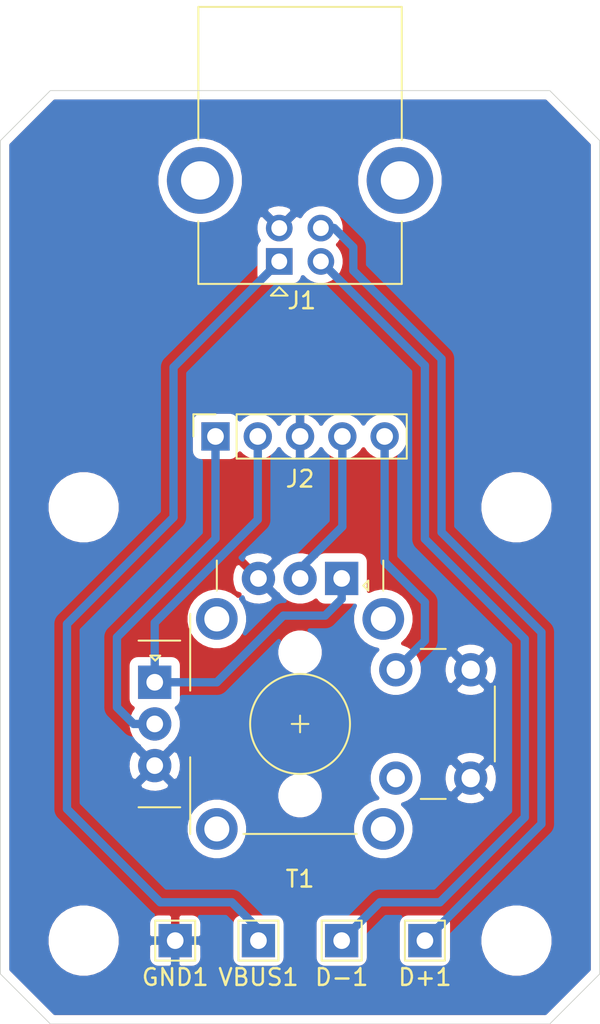
<source format=kicad_pcb>
(kicad_pcb (version 20171130) (host pcbnew 5.1.9-1.fc33)

  (general
    (thickness 1.6)
    (drawings 8)
    (tracks 43)
    (zones 0)
    (modules 11)
    (nets 10)
  )

  (page A4)
  (layers
    (0 F.Cu signal)
    (31 B.Cu signal)
    (32 B.Adhes user)
    (33 F.Adhes user)
    (34 B.Paste user)
    (35 F.Paste user)
    (36 B.SilkS user)
    (37 F.SilkS user)
    (38 B.Mask user)
    (39 F.Mask user)
    (40 Dwgs.User user)
    (41 Cmts.User user)
    (42 Eco1.User user)
    (43 Eco2.User user)
    (44 Edge.Cuts user)
    (45 Margin user)
    (46 B.CrtYd user)
    (47 F.CrtYd user)
    (48 B.Fab user)
    (49 F.Fab user)
  )

  (setup
    (last_trace_width 0.25)
    (user_trace_width 0.5)
    (trace_clearance 0.47)
    (zone_clearance 0.508)
    (zone_45_only no)
    (trace_min 0.2)
    (via_size 0.8)
    (via_drill 0.4)
    (via_min_size 0.4)
    (via_min_drill 0.3)
    (uvia_size 0.3)
    (uvia_drill 0.1)
    (uvias_allowed no)
    (uvia_min_size 0.2)
    (uvia_min_drill 0.1)
    (edge_width 0.05)
    (segment_width 0.2)
    (pcb_text_width 0.3)
    (pcb_text_size 1.5 1.5)
    (mod_edge_width 0.12)
    (mod_text_size 1 1)
    (mod_text_width 0.15)
    (pad_size 1.524 1.524)
    (pad_drill 0.762)
    (pad_to_mask_clearance 0)
    (aux_axis_origin 80 120)
    (grid_origin 80 120)
    (visible_elements FFFFFF7F)
    (pcbplotparams
      (layerselection 0x010f0_ffffffff)
      (usegerberextensions false)
      (usegerberattributes true)
      (usegerberadvancedattributes true)
      (creategerberjobfile true)
      (excludeedgelayer true)
      (linewidth 0.100000)
      (plotframeref false)
      (viasonmask false)
      (mode 1)
      (useauxorigin true)
      (hpglpennumber 1)
      (hpglpenspeed 20)
      (hpglpendiameter 15.000000)
      (psnegative false)
      (psa4output false)
      (plotreference true)
      (plotvalue true)
      (plotinvisibletext false)
      (padsonsilk false)
      (subtractmaskfromsilk false)
      (outputformat 1)
      (mirror false)
      (drillshape 0)
      (scaleselection 1)
      (outputdirectory "Fabrication/"))
  )

  (net 0 "")
  (net 1 "Net-(J1-Pad1)")
  (net 2 "Net-(J1-Pad5)")
  (net 3 "Net-(J2-Pad5)")
  (net 4 "Net-(J2-Pad4)")
  (net 5 +5VA)
  (net 6 GND)
  (net 7 "Net-(J2-Pad1)")
  (net 8 "Net-(D+1-Pad1)")
  (net 9 "Net-(D-1-Pad1)")

  (net_class Default "This is the default net class."
    (clearance 0.47)
    (trace_width 0.25)
    (via_dia 0.8)
    (via_drill 0.4)
    (uvia_dia 0.3)
    (uvia_drill 0.1)
    (add_net +5VA)
    (add_net GND)
    (add_net "Net-(D+1-Pad1)")
    (add_net "Net-(D-1-Pad1)")
    (add_net "Net-(J1-Pad1)")
    (add_net "Net-(J1-Pad5)")
    (add_net "Net-(J2-Pad1)")
    (add_net "Net-(J2-Pad4)")
    (add_net "Net-(J2-Pad5)")
  )

  (module USB:USB_B_Horizontal (layer F.Cu) (tedit 5FF5D92D) (tstamp 5FF63550)
    (at 98.75 72.25 90)
    (descr "USB 2.0 receptacle type B, horizontal version, through-hole, https://downloads.lumberg.com/datenblaetter/en/2411_02.pdf")
    (tags "USB B receptacle horizontal through-hole")
    (path /5FF5AE7E)
    (fp_text reference J1 (at -2.35 1.35 180) (layer F.SilkS)
      (effects (font (size 1 1) (thickness 0.15)))
    )
    (fp_text value USB_B (at 5.55 1.25 180) (layer F.Fab)
      (effects (font (size 1 1) (thickness 0.15)))
    )
    (fp_line (start -1.24 7.25) (end -1.24 -4.75) (layer F.Fab) (width 0.1))
    (fp_line (start -1.24 -4.75) (end 15.16 -4.75) (layer F.Fab) (width 0.1))
    (fp_line (start 15.16 -4.75) (end 15.16 7.25) (layer F.Fab) (width 0.1))
    (fp_line (start 15.16 7.25) (end -1.24 7.25) (layer F.Fab) (width 0.1))
    (fp_line (start -1.24 0.49) (end -0.75 0) (layer F.Fab) (width 0.1))
    (fp_line (start -0.75 0) (end -1.24 -0.49) (layer F.Fab) (width 0.1))
    (fp_line (start -1.35 7.36) (end -1.35 -4.86) (layer F.SilkS) (width 0.12))
    (fp_line (start -1.35 7.36) (end 2.4 7.36) (layer F.SilkS) (width 0.12))
    (fp_line (start -1.35 -4.86) (end 2.4 -4.86) (layer F.SilkS) (width 0.12))
    (fp_line (start 15.27 7.36) (end 15.27 -4.86) (layer F.SilkS) (width 0.12))
    (fp_line (start 15.27 -4.86) (end 7.3 -4.86) (layer F.SilkS) (width 0.12))
    (fp_line (start 15.27 7.36) (end 7.3 7.36) (layer F.SilkS) (width 0.12))
    (fp_line (start -1.55 0) (end -2.05 -0.5) (layer F.SilkS) (width 0.12))
    (fp_line (start -2.05 -0.5) (end -2.05 0.5) (layer F.SilkS) (width 0.12))
    (fp_line (start -2.05 0.5) (end -1.55 0) (layer F.SilkS) (width 0.12))
    (fp_line (start -1.74 9.75) (end 15.66 9.75) (layer F.CrtYd) (width 0.05))
    (fp_line (start 15.66 9.75) (end 15.66 -7.25) (layer F.CrtYd) (width 0.05))
    (fp_line (start 15.66 -7.25) (end -1.74 -7.25) (layer F.CrtYd) (width 0.05))
    (fp_line (start -1.74 -7.25) (end -1.74 9.75) (layer F.CrtYd) (width 0.05))
    (fp_text user %R (at -2.35 1.35) (layer F.Fab)
      (effects (font (size 1 1) (thickness 0.15)))
    )
    (pad 1 thru_hole rect (at 0 0 180) (size 1.6 1.6) (drill 0.95) (layers *.Cu *.Mask)
      (net 1 "Net-(J1-Pad1)"))
    (pad 2 thru_hole circle (at 0 2.5 180) (size 1.6 1.6) (drill 0.95) (layers *.Cu *.Mask)
      (net 9 "Net-(D-1-Pad1)"))
    (pad 3 thru_hole circle (at 2 2.5 180) (size 1.6 1.6) (drill 0.95) (layers *.Cu *.Mask)
      (net 8 "Net-(D+1-Pad1)"))
    (pad 4 thru_hole circle (at 2 0 180) (size 1.6 1.6) (drill 0.95) (layers *.Cu *.Mask)
      (net 6 GND))
    (pad 5 thru_hole circle (at 4.86 7.25 180) (size 4 4) (drill 2.3) (layers *.Cu *.Mask)
      (net 2 "Net-(J1-Pad5)"))
    (pad 5 thru_hole circle (at 4.86 -4.75 180) (size 4 4) (drill 2.3) (layers *.Cu *.Mask)
      (net 2 "Net-(J1-Pad5)"))
    (model ${USER_3D}/USB_B_Horizontal.wrl
      (at (xyz 0 0 0))
      (scale (xyz 1 1 1))
      (rotate (xyz 0 0 0))
    )
    (model ${USER_3D}/USB_B_Horizontal.step
      (at (xyz 0 0 0))
      (scale (xyz 1 1 1))
      (rotate (xyz 0 0 0))
    )
  )

  (module Thumbstick:RKJXV1224_CAP (layer F.Cu) (tedit 5FF5D8EB) (tstamp 5FF63351)
    (at 100 100 90)
    (path /5FF5A675)
    (fp_text reference T1 (at -9.3 0) (layer F.SilkS)
      (effects (font (size 1 1) (thickness 0.15)))
    )
    (fp_text value Thumbstick_push (at -0.1 -4.7 270) (layer F.Fab)
      (effects (font (size 1 1) (thickness 0.15)))
    )
    (fp_line (start 0 -3) (end 0 3) (layer F.Fab) (width 0.12))
    (fp_line (start -8.5 12) (end 10 12) (layer F.CrtYd) (width 0.05))
    (fp_line (start 5.8 -5) (end 5.8 6) (layer F.Fab) (width 0.12))
    (fp_line (start -5.8 6) (end -5.8 -6) (layer F.Fab) (width 0.12))
    (fp_line (start 10 -10) (end 10 12) (layer F.CrtYd) (width 0.05))
    (fp_circle (center 0 0) (end 0 3) (layer F.SilkS) (width 0.12))
    (fp_line (start 3 0) (end -3 0) (layer F.Fab) (width 0.12))
    (fp_circle (center 0 0) (end 0 3) (layer F.Fab) (width 0.12))
    (fp_line (start 4.7 -6) (end 5.8 -5) (layer F.Fab) (width 0.12))
    (fp_line (start 0.5 0) (end -0.5 0) (layer F.SilkS) (width 0.12))
    (fp_line (start -5.8 -6) (end 4.7 -6) (layer F.Fab) (width 0.12))
    (fp_line (start 10 -10) (end -8.5 -10) (layer F.CrtYd) (width 0.05))
    (fp_line (start 5.8 6) (end -5.8 6) (layer F.Fab) (width 0.12))
    (fp_line (start 0 -0.5) (end 0 0.5) (layer F.SilkS) (width 0.12))
    (fp_line (start -8.5 12) (end -8.5 -10) (layer F.CrtYd) (width 0.05))
    (fp_line (start 0 5) (end 3 5) (layer F.Fab) (width 0.1))
    (fp_circle (center 0 8) (end -2 8.25) (layer F.Fab) (width 0.1))
    (fp_line (start -3 5) (end 0 5) (layer F.Fab) (width 0.1))
    (fp_line (start -2.25 11.7) (end 2.25 11.7) (layer F.SilkS) (width 0.12))
    (fp_line (start 4.5 8.75) (end 4.5 7.25) (layer F.SilkS) (width 0.12))
    (fp_line (start -3 11) (end -3 5) (layer F.Fab) (width 0.1))
    (fp_line (start 3 5) (end 3 11) (layer F.Fab) (width 0.1))
    (fp_line (start 3 11) (end -3 11) (layer F.Fab) (width 0.1))
    (fp_line (start -4.5 7.25) (end -4.5 8.75) (layer F.SilkS) (width 0.12))
    (fp_line (start 8 4.1) (end 8.3 3.8) (layer F.SilkS) (width 0.12))
    (fp_line (start 8.3 3.8) (end 8.6 4.1) (layer F.SilkS) (width 0.12))
    (fp_line (start 8.6 4.1) (end 8 4.1) (layer F.SilkS) (width 0.12))
    (fp_line (start 4.1 -8.4) (end 3.8 -8.7) (layer F.SilkS) (width 0.12))
    (fp_line (start 3.8 -8.7) (end 4.1 -9) (layer F.SilkS) (width 0.12))
    (fp_line (start 4.1 -9) (end 4.1 -8.4) (layer F.SilkS) (width 0.12))
    (fp_line (start -2 -6.6) (end -6.6 -6.6) (layer F.SilkS) (width 0.12))
    (fp_line (start -6.6 -3.4) (end -6.6 3.4) (layer F.SilkS) (width 0.12))
    (fp_line (start 2 -6.6) (end 6.6 -6.6) (layer F.SilkS) (width 0.12))
    (fp_line (start 5 -7.2) (end 5 -9.7) (layer F.SilkS) (width 0.12))
    (fp_line (start -5 -7.2) (end -5 -9.7) (layer F.SilkS) (width 0.12))
    (fp_line (start 8 5) (end 9.8 5) (layer F.SilkS) (width 0.12))
    (fp_line (start 8 -5) (end 9.8 -5) (layer F.SilkS) (width 0.12))
    (pad 2 thru_hole circle (at 3.25 10.25 180) (size 2 2) (drill 1.1) (layers *.Cu *.Mask)
      (net 6 GND))
    (pad 1 thru_hole circle (at -3.25 5.75 180) (size 2 2) (drill 1.1) (layers *.Cu *.Mask)
      (net 3 "Net-(J2-Pad5)"))
    (pad 2 thru_hole circle (at -3.25 10.25 180) (size 2 2) (drill 1.1) (layers *.Cu *.Mask)
      (net 6 GND))
    (pad 1 thru_hole circle (at 3.25 5.75 180) (size 2 2) (drill 1.1) (layers *.Cu *.Mask)
      (net 3 "Net-(J2-Pad5)"))
    (pad B2 thru_hole circle (at 8.73 0 270) (size 2 2) (drill 1) (layers *.Cu *.Mask)
      (net 4 "Net-(J2-Pad4)"))
    (pad A2 thru_hole rect (at 8.73 2.5 270) (size 2 2) (drill 1) (layers *.Cu *.Mask)
      (net 5 +5VA))
    (pad C2 thru_hole circle (at 8.73 -2.5 270) (size 2 2) (drill 1) (layers *.Cu *.Mask)
      (net 6 GND))
    (pad A1 thru_hole rect (at 2.5 -8.73) (size 2 2) (drill 1) (layers *.Cu *.Mask)
      (net 5 +5VA))
    (pad B1 thru_hole circle (at 0 -8.73) (size 2 2) (drill 1) (layers *.Cu *.Mask)
      (net 7 "Net-(J2-Pad1)"))
    (pad C1 thru_hole circle (at -2.5 -8.73) (size 2 2) (drill 1) (layers *.Cu *.Mask)
      (net 6 GND))
    (pad MP thru_hole circle (at -6.3 -5 180) (size 2.5 2.5) (drill 1.5) (layers *.Cu *.Mask))
    (pad MP thru_hole circle (at 6.3 5) (size 2.5 2.5) (drill 1.5) (layers *.Cu *.Mask))
    (pad MP thru_hole circle (at -6.3 5 180) (size 2.5 2.5) (drill 1.5) (layers *.Cu *.Mask))
    (pad MP thru_hole circle (at 6.3 -5 180) (size 2.5 2.5) (drill 1.5) (layers *.Cu *.Mask))
    (pad "" np_thru_hole circle (at -4.3 0 180) (size 1.6 1.6) (drill 1.6) (layers *.Cu *.Mask))
    (pad "" np_thru_hole circle (at 4.3 0) (size 1.6 1.6) (drill 1.6) (layers *.Cu *.Mask))
    (model ${USER_3D}/RKJXV1444_CAP.wrl
      (at (xyz 0 0 0))
      (scale (xyz 1 1 1))
      (rotate (xyz 0 0 0))
    )
    (model ${USER_3D}/RKJXV1444_CAP.step
      (at (xyz 0 0 0))
      (scale (xyz 1 1 1))
      (rotate (xyz 0 0 0))
    )
  )

  (module TestPoint:TestPoint_THTPad_2.0x2.0mm_Drill1.0mm (layer F.Cu) (tedit 5A0F774F) (tstamp 5FF648BC)
    (at 92.5 113)
    (descr "THT rectangular pad as test Point, square 2.0mm_Drill1.0mm  side length, hole diameter 1.0mm")
    (tags "test point THT pad rectangle square")
    (path /5FF61213)
    (attr virtual)
    (fp_text reference GND1 (at 0 2.2) (layer F.SilkS)
      (effects (font (size 1 1) (thickness 0.15)))
    )
    (fp_text value TestPoint (at 0 2.05) (layer F.Fab) hide
      (effects (font (size 1 1) (thickness 0.15)))
    )
    (fp_line (start -1.2 -1.2) (end 1.2 -1.2) (layer F.SilkS) (width 0.12))
    (fp_line (start 1.2 -1.2) (end 1.2 1.2) (layer F.SilkS) (width 0.12))
    (fp_line (start 1.2 1.2) (end -1.2 1.2) (layer F.SilkS) (width 0.12))
    (fp_line (start -1.2 1.2) (end -1.2 -1.2) (layer F.SilkS) (width 0.12))
    (fp_line (start -1.5 -1.5) (end 1.5 -1.5) (layer F.CrtYd) (width 0.05))
    (fp_line (start -1.5 -1.5) (end -1.5 1.5) (layer F.CrtYd) (width 0.05))
    (fp_line (start 1.5 1.5) (end 1.5 -1.5) (layer F.CrtYd) (width 0.05))
    (fp_line (start 1.5 1.5) (end -1.5 1.5) (layer F.CrtYd) (width 0.05))
    (fp_text user %R (at 0 -2) (layer F.Fab) hide
      (effects (font (size 1 1) (thickness 0.15)))
    )
    (pad 1 thru_hole rect (at 0 0) (size 2 2) (drill 1) (layers *.Cu *.Mask)
      (net 6 GND))
  )

  (module TestPoint:TestPoint_THTPad_2.0x2.0mm_Drill1.0mm (layer F.Cu) (tedit 5A0F774F) (tstamp 5FF64895)
    (at 102.5 113)
    (descr "THT rectangular pad as test Point, square 2.0mm_Drill1.0mm  side length, hole diameter 1.0mm")
    (tags "test point THT pad rectangle square")
    (path /5FF6100C)
    (attr virtual)
    (fp_text reference D-1 (at 0 2.2) (layer F.SilkS)
      (effects (font (size 1 1) (thickness 0.15)))
    )
    (fp_text value TestPoint (at 0 2.05) (layer F.Fab) hide
      (effects (font (size 1 1) (thickness 0.15)))
    )
    (fp_line (start -1.2 -1.2) (end 1.2 -1.2) (layer F.SilkS) (width 0.12))
    (fp_line (start 1.2 -1.2) (end 1.2 1.2) (layer F.SilkS) (width 0.12))
    (fp_line (start 1.2 1.2) (end -1.2 1.2) (layer F.SilkS) (width 0.12))
    (fp_line (start -1.2 1.2) (end -1.2 -1.2) (layer F.SilkS) (width 0.12))
    (fp_line (start -1.5 -1.5) (end 1.5 -1.5) (layer F.CrtYd) (width 0.05))
    (fp_line (start -1.5 -1.5) (end -1.5 1.5) (layer F.CrtYd) (width 0.05))
    (fp_line (start 1.5 1.5) (end 1.5 -1.5) (layer F.CrtYd) (width 0.05))
    (fp_line (start 1.5 1.5) (end -1.5 1.5) (layer F.CrtYd) (width 0.05))
    (fp_text user %R (at 0 -2) (layer F.Fab) hide
      (effects (font (size 1 1) (thickness 0.15)))
    )
    (pad 1 thru_hole rect (at 0 0) (size 2 2) (drill 1) (layers *.Cu *.Mask)
      (net 9 "Net-(D-1-Pad1)"))
  )

  (module TestPoint:TestPoint_THTPad_2.0x2.0mm_Drill1.0mm (layer F.Cu) (tedit 5A0F774F) (tstamp 5FF64847)
    (at 107.5 113)
    (descr "THT rectangular pad as test Point, square 2.0mm_Drill1.0mm  side length, hole diameter 1.0mm")
    (tags "test point THT pad rectangle square")
    (path /5FF60DBE)
    (attr virtual)
    (fp_text reference D+1 (at 0 2.2) (layer F.SilkS)
      (effects (font (size 1 1) (thickness 0.15)))
    )
    (fp_text value TestPoint (at 0 2.05) (layer F.Fab) hide
      (effects (font (size 1 1) (thickness 0.15)))
    )
    (fp_line (start 1.5 1.5) (end -1.5 1.5) (layer F.CrtYd) (width 0.05))
    (fp_line (start 1.5 1.5) (end 1.5 -1.5) (layer F.CrtYd) (width 0.05))
    (fp_line (start -1.5 -1.5) (end -1.5 1.5) (layer F.CrtYd) (width 0.05))
    (fp_line (start -1.5 -1.5) (end 1.5 -1.5) (layer F.CrtYd) (width 0.05))
    (fp_line (start -1.2 1.2) (end -1.2 -1.2) (layer F.SilkS) (width 0.12))
    (fp_line (start 1.2 1.2) (end -1.2 1.2) (layer F.SilkS) (width 0.12))
    (fp_line (start 1.2 -1.2) (end 1.2 1.2) (layer F.SilkS) (width 0.12))
    (fp_line (start -1.2 -1.2) (end 1.2 -1.2) (layer F.SilkS) (width 0.12))
    (fp_text user %R (at 0 -2) (layer F.Fab) hide
      (effects (font (size 1 1) (thickness 0.15)))
    )
    (pad 1 thru_hole rect (at 0 0) (size 2 2) (drill 1) (layers *.Cu *.Mask)
      (net 8 "Net-(D+1-Pad1)"))
  )

  (module TestPoint:TestPoint_THTPad_2.0x2.0mm_Drill1.0mm (layer F.Cu) (tedit 5A0F774F) (tstamp 5FF6486E)
    (at 97.5 113)
    (descr "THT rectangular pad as test Point, square 2.0mm_Drill1.0mm  side length, hole diameter 1.0mm")
    (tags "test point THT pad rectangle square")
    (path /5FF60B59)
    (attr virtual)
    (fp_text reference VBUS1 (at 0 2.2) (layer F.SilkS)
      (effects (font (size 1 1) (thickness 0.15)))
    )
    (fp_text value TestPoint (at 0 2.05) (layer F.Fab) hide
      (effects (font (size 1 1) (thickness 0.15)))
    )
    (fp_line (start -1.2 -1.2) (end 1.2 -1.2) (layer F.SilkS) (width 0.12))
    (fp_line (start 1.2 -1.2) (end 1.2 1.2) (layer F.SilkS) (width 0.12))
    (fp_line (start 1.2 1.2) (end -1.2 1.2) (layer F.SilkS) (width 0.12))
    (fp_line (start -1.2 1.2) (end -1.2 -1.2) (layer F.SilkS) (width 0.12))
    (fp_line (start -1.5 -1.5) (end 1.5 -1.5) (layer F.CrtYd) (width 0.05))
    (fp_line (start -1.5 -1.5) (end -1.5 1.5) (layer F.CrtYd) (width 0.05))
    (fp_line (start 1.5 1.5) (end 1.5 -1.5) (layer F.CrtYd) (width 0.05))
    (fp_line (start 1.5 1.5) (end -1.5 1.5) (layer F.CrtYd) (width 0.05))
    (fp_text user %R (at 0 -2) (layer F.Fab) hide
      (effects (font (size 1 1) (thickness 0.15)))
    )
    (pad 1 thru_hole rect (at 0 0) (size 2 2) (drill 1) (layers *.Cu *.Mask)
      (net 1 "Net-(J1-Pad1)"))
  )

  (module Connector_PinSocket_2.54mm:PinSocket_1x05_P2.54mm_Vertical (layer F.Cu) (tedit 5A19A420) (tstamp 5FF62FE9)
    (at 94.92 82.75 90)
    (descr "Through hole straight socket strip, 1x05, 2.54mm pitch, single row (from Kicad 4.0.7), script generated")
    (tags "Through hole socket strip THT 1x05 2.54mm single row")
    (path /5FF5C1AE)
    (fp_text reference J2 (at -2.55 5.08 180) (layer F.SilkS)
      (effects (font (size 1 1) (thickness 0.15)))
    )
    (fp_text value Conn_01x05 (at 2.55 5.08) (layer F.Fab)
      (effects (font (size 1 1) (thickness 0.15)))
    )
    (fp_line (start -1.27 -1.27) (end 0.635 -1.27) (layer F.Fab) (width 0.1))
    (fp_line (start 0.635 -1.27) (end 1.27 -0.635) (layer F.Fab) (width 0.1))
    (fp_line (start 1.27 -0.635) (end 1.27 11.43) (layer F.Fab) (width 0.1))
    (fp_line (start 1.27 11.43) (end -1.27 11.43) (layer F.Fab) (width 0.1))
    (fp_line (start -1.27 11.43) (end -1.27 -1.27) (layer F.Fab) (width 0.1))
    (fp_line (start -1.33 1.27) (end 1.33 1.27) (layer F.SilkS) (width 0.12))
    (fp_line (start -1.33 1.27) (end -1.33 11.49) (layer F.SilkS) (width 0.12))
    (fp_line (start -1.33 11.49) (end 1.33 11.49) (layer F.SilkS) (width 0.12))
    (fp_line (start 1.33 1.27) (end 1.33 11.49) (layer F.SilkS) (width 0.12))
    (fp_line (start 1.33 -1.33) (end 1.33 0) (layer F.SilkS) (width 0.12))
    (fp_line (start 0 -1.33) (end 1.33 -1.33) (layer F.SilkS) (width 0.12))
    (fp_line (start -1.8 -1.8) (end 1.75 -1.8) (layer F.CrtYd) (width 0.05))
    (fp_line (start 1.75 -1.8) (end 1.75 11.9) (layer F.CrtYd) (width 0.05))
    (fp_line (start 1.75 11.9) (end -1.8 11.9) (layer F.CrtYd) (width 0.05))
    (fp_line (start -1.8 11.9) (end -1.8 -1.8) (layer F.CrtYd) (width 0.05))
    (fp_text user %R (at 0 5.08) (layer F.Fab)
      (effects (font (size 1 1) (thickness 0.15)))
    )
    (pad 5 thru_hole oval (at 0 10.16 90) (size 1.7 1.7) (drill 1) (layers *.Cu *.Mask)
      (net 3 "Net-(J2-Pad5)"))
    (pad 4 thru_hole oval (at 0 7.62 90) (size 1.7 1.7) (drill 1) (layers *.Cu *.Mask)
      (net 4 "Net-(J2-Pad4)"))
    (pad 3 thru_hole oval (at 0 5.08 90) (size 1.7 1.7) (drill 1) (layers *.Cu *.Mask)
      (net 6 GND))
    (pad 2 thru_hole oval (at 0 2.54 90) (size 1.7 1.7) (drill 1) (layers *.Cu *.Mask)
      (net 5 +5VA))
    (pad 1 thru_hole rect (at 0 0 90) (size 1.7 1.7) (drill 1) (layers *.Cu *.Mask)
      (net 7 "Net-(J2-Pad1)"))
    (model ${KISYS3DMOD}/Connector_PinSocket_2.54mm.3dshapes/PinSocket_1x05_P2.54mm_Vertical.wrl
      (at (xyz 0 0 0))
      (scale (xyz 1 1 1))
      (rotate (xyz 0 0 0))
    )
  )

  (module MountingHole:MountingHole_3.2mm_M3 (layer F.Cu) (tedit 56D1B4CB) (tstamp 5FF6330B)
    (at 113 113)
    (descr "Mounting Hole 3.2mm, no annular, M3")
    (tags "mounting hole 3.2mm no annular m3")
    (path /5FF5E48C)
    (attr virtual)
    (fp_text reference H4 (at 0 0) (layer F.SilkS) hide
      (effects (font (size 1 1) (thickness 0.15)))
    )
    (fp_text value MountingHole (at 0 4.2) (layer F.Fab) hide
      (effects (font (size 1 1) (thickness 0.15)))
    )
    (fp_circle (center 0 0) (end 3.2 0) (layer Cmts.User) (width 0.15))
    (fp_circle (center 0 0) (end 3.45 0) (layer F.CrtYd) (width 0.05))
    (fp_text user %R (at 0.3 0) (layer F.Fab)
      (effects (font (size 1 1) (thickness 0.15)))
    )
    (pad 1 np_thru_hole circle (at 0 0) (size 3.2 3.2) (drill 3.2) (layers *.Cu *.Mask))
  )

  (module MountingHole:MountingHole_3.2mm_M3 (layer F.Cu) (tedit 56D1B4CB) (tstamp 5FF632E1)
    (at 87 113)
    (descr "Mounting Hole 3.2mm, no annular, M3")
    (tags "mounting hole 3.2mm no annular m3")
    (path /5FF5E345)
    (attr virtual)
    (fp_text reference H3 (at 0 0) (layer F.SilkS) hide
      (effects (font (size 1 1) (thickness 0.15)))
    )
    (fp_text value MountingHole (at 0 4.2) (layer F.Fab) hide
      (effects (font (size 1 1) (thickness 0.15)))
    )
    (fp_circle (center 0 0) (end 3.2 0) (layer Cmts.User) (width 0.15))
    (fp_circle (center 0 0) (end 3.45 0) (layer F.CrtYd) (width 0.05))
    (fp_text user %R (at 0.3 0) (layer F.Fab)
      (effects (font (size 1 1) (thickness 0.15)))
    )
    (pad 1 np_thru_hole circle (at 0 0) (size 3.2 3.2) (drill 3.2) (layers *.Cu *.Mask))
  )

  (module MountingHole:MountingHole_3.2mm_M3 (layer F.Cu) (tedit 56D1B4CB) (tstamp 5FF632F6)
    (at 113 87)
    (descr "Mounting Hole 3.2mm, no annular, M3")
    (tags "mounting hole 3.2mm no annular m3")
    (path /5FF5E1DF)
    (attr virtual)
    (fp_text reference H2 (at 0 0) (layer F.SilkS) hide
      (effects (font (size 1 1) (thickness 0.15)))
    )
    (fp_text value MountingHole (at 0 4.2) (layer F.Fab) hide
      (effects (font (size 1 1) (thickness 0.15)))
    )
    (fp_circle (center 0 0) (end 3.2 0) (layer Cmts.User) (width 0.15))
    (fp_circle (center 0 0) (end 3.45 0) (layer F.CrtYd) (width 0.05))
    (fp_text user %R (at 0.3 0) (layer F.Fab)
      (effects (font (size 1 1) (thickness 0.15)))
    )
    (pad 1 np_thru_hole circle (at 0 0) (size 3.2 3.2) (drill 3.2) (layers *.Cu *.Mask))
  )

  (module MountingHole:MountingHole_3.2mm_M3 (layer F.Cu) (tedit 56D1B4CB) (tstamp 5FF632CC)
    (at 87 87)
    (descr "Mounting Hole 3.2mm, no annular, M3")
    (tags "mounting hole 3.2mm no annular m3")
    (path /5FF5D91B)
    (attr virtual)
    (fp_text reference H1 (at 0 0) (layer F.SilkS) hide
      (effects (font (size 1 1) (thickness 0.15)))
    )
    (fp_text value MountingHole (at 0 4.2) (layer F.Fab) hide
      (effects (font (size 1 1) (thickness 0.15)))
    )
    (fp_circle (center 0 0) (end 3.2 0) (layer Cmts.User) (width 0.15))
    (fp_circle (center 0 0) (end 3.45 0) (layer F.CrtYd) (width 0.05))
    (fp_text user %R (at 0.3 0) (layer F.Fab)
      (effects (font (size 1 1) (thickness 0.15)))
    )
    (pad 1 np_thru_hole circle (at 0 0) (size 3.2 3.2) (drill 3.2) (layers *.Cu *.Mask))
  )

  (gr_line (start 82 115) (end 85 118) (layer Edge.Cuts) (width 0.05) (tstamp 5FF6495E))
  (gr_line (start 82 65) (end 82 115) (layer Edge.Cuts) (width 0.05))
  (gr_line (start 85 62) (end 82 65) (layer Edge.Cuts) (width 0.05))
  (gr_line (start 115 62) (end 85 62) (layer Edge.Cuts) (width 0.05))
  (gr_line (start 118 65) (end 115 62) (layer Edge.Cuts) (width 0.05))
  (gr_line (start 118 115) (end 118 65) (layer Edge.Cuts) (width 0.05))
  (gr_line (start 115 118) (end 118 115) (layer Edge.Cuts) (width 0.05))
  (gr_line (start 85 118) (end 115 118) (layer Edge.Cuts) (width 0.05))

  (segment (start 92.4 78.6) (end 98.75 72.25) (width 0.5) (layer B.Cu) (net 1))
  (segment (start 92.4 87.6) (end 92.4 78.6) (width 0.5) (layer B.Cu) (net 1))
  (segment (start 86 94) (end 92.4 87.6) (width 0.5) (layer B.Cu) (net 1))
  (segment (start 86 105.1) (end 86 94) (width 0.5) (layer B.Cu) (net 1))
  (segment (start 91.6 110.7) (end 86 105.1) (width 0.5) (layer B.Cu) (net 1))
  (segment (start 95.9 110.7) (end 91.6 110.7) (width 0.5) (layer B.Cu) (net 1))
  (segment (start 97.5 112.3) (end 95.9 110.7) (width 0.5) (layer B.Cu) (net 1))
  (segment (start 97.5 113) (end 97.5 112.3) (width 0.5) (layer B.Cu) (net 1))
  (segment (start 105.08 90.28) (end 105.08 82.75) (width 0.5) (layer B.Cu) (net 3) (status 20))
  (segment (start 105.75 96.75) (end 107.5 95) (width 0.5) (layer B.Cu) (net 3) (status 10))
  (segment (start 107.5 95) (end 107.5 92.7) (width 0.5) (layer B.Cu) (net 3))
  (segment (start 107.5 92.7) (end 105.08 90.28) (width 0.5) (layer B.Cu) (net 3))
  (segment (start 102.54 88.16) (end 102.54 82.75) (width 0.5) (layer B.Cu) (net 4))
  (segment (start 100 90.7) (end 102.54 88.16) (width 0.5) (layer B.Cu) (net 4))
  (segment (start 100 91.27) (end 100 90.7) (width 0.5) (layer B.Cu) (net 4))
  (segment (start 91.27 97.5) (end 91.27 93.93) (width 0.5) (layer B.Cu) (net 5) (status 10))
  (segment (start 97.46 87.74) (end 97.46 82.75) (width 0.5) (layer B.Cu) (net 5) (status 20))
  (segment (start 91.27 93.93) (end 97.46 87.74) (width 0.5) (layer B.Cu) (net 5))
  (segment (start 91.27 97.5) (end 95 97.5) (width 0.5) (layer B.Cu) (net 5) (status 10))
  (segment (start 95 97.5) (end 99 93.5) (width 0.5) (layer B.Cu) (net 5))
  (segment (start 99 93.5) (end 101.5 93.5) (width 0.5) (layer B.Cu) (net 5))
  (segment (start 101.5 93.5) (end 102.5 92.5) (width 0.5) (layer B.Cu) (net 5))
  (segment (start 102.5 91.27) (end 102.5 92.5) (width 0.5) (layer B.Cu) (net 5) (status 10))
  (segment (start 94.92 88.88) (end 94.92 82.75) (width 0.5) (layer B.Cu) (net 7) (status 20))
  (segment (start 89 94.8) (end 94.92 88.88) (width 0.5) (layer B.Cu) (net 7))
  (segment (start 89 99) (end 89 94.8) (width 0.5) (layer B.Cu) (net 7))
  (segment (start 90 100) (end 89 99) (width 0.5) (layer B.Cu) (net 7))
  (segment (start 91.27 100) (end 90 100) (width 0.5) (layer B.Cu) (net 7) (status 10))
  (segment (start 103.2 71.4) (end 102.05 70.25) (width 0.5) (layer B.Cu) (net 8))
  (segment (start 103.2 72.8) (end 103.2 71.4) (width 0.5) (layer B.Cu) (net 8))
  (segment (start 108.5 78.1) (end 103.2 72.8) (width 0.5) (layer B.Cu) (net 8))
  (segment (start 108.5 88.5) (end 108.5 78.1) (width 0.5) (layer B.Cu) (net 8))
  (segment (start 114.5 94.5) (end 108.5 88.5) (width 0.5) (layer B.Cu) (net 8))
  (segment (start 102.05 70.25) (end 101.25 70.25) (width 0.5) (layer B.Cu) (net 8))
  (segment (start 114.5 106) (end 114.5 94.5) (width 0.5) (layer B.Cu) (net 8))
  (segment (start 107.5 113) (end 114.5 106) (width 0.5) (layer B.Cu) (net 8))
  (segment (start 107.5 88.9) (end 107.5 78.5) (width 0.5) (layer B.Cu) (net 9))
  (segment (start 113.5 94.9) (end 107.5 88.9) (width 0.5) (layer B.Cu) (net 9))
  (segment (start 113.5 105.6) (end 113.5 94.9) (width 0.5) (layer B.Cu) (net 9))
  (segment (start 108.4 110.7) (end 113.5 105.6) (width 0.5) (layer B.Cu) (net 9))
  (segment (start 104.8 110.7) (end 108.4 110.7) (width 0.5) (layer B.Cu) (net 9))
  (segment (start 107.5 78.5) (end 101.25 72.25) (width 0.5) (layer B.Cu) (net 9))
  (segment (start 102.5 113) (end 104.8 110.7) (width 0.5) (layer B.Cu) (net 9))

  (zone (net 6) (net_name GND) (layer B.Cu) (tstamp 60008A85) (hatch edge 0.508)
    (connect_pads (clearance 0.508))
    (min_thickness 0.254)
    (fill yes (arc_segments 32) (thermal_gap 0.508) (thermal_bridge_width 0.508))
    (polygon
      (pts
        (xy 118 118) (xy 82 118) (xy 82 62) (xy 118 62)
      )
    )
    (filled_polygon
      (pts
        (xy 117.340001 65.273382) (xy 117.34 114.726619) (xy 114.72662 117.34) (xy 85.273381 117.34) (xy 82.66 114.72662)
        (xy 82.66 112.779872) (xy 84.765 112.779872) (xy 84.765 113.220128) (xy 84.85089 113.651925) (xy 85.019369 114.058669)
        (xy 85.263962 114.424729) (xy 85.575271 114.736038) (xy 85.941331 114.980631) (xy 86.348075 115.14911) (xy 86.779872 115.235)
        (xy 87.220128 115.235) (xy 87.651925 115.14911) (xy 88.058669 114.980631) (xy 88.424729 114.736038) (xy 88.736038 114.424729)
        (xy 88.980631 114.058669) (xy 89.004932 114) (xy 90.861928 114) (xy 90.874188 114.124482) (xy 90.910498 114.24418)
        (xy 90.969463 114.354494) (xy 91.048815 114.451185) (xy 91.145506 114.530537) (xy 91.25582 114.589502) (xy 91.375518 114.625812)
        (xy 91.5 114.638072) (xy 92.21425 114.635) (xy 92.373 114.47625) (xy 92.373 113.127) (xy 92.627 113.127)
        (xy 92.627 114.47625) (xy 92.78575 114.635) (xy 93.5 114.638072) (xy 93.624482 114.625812) (xy 93.74418 114.589502)
        (xy 93.854494 114.530537) (xy 93.951185 114.451185) (xy 94.030537 114.354494) (xy 94.089502 114.24418) (xy 94.125812 114.124482)
        (xy 94.138072 114) (xy 94.135 113.28575) (xy 93.97625 113.127) (xy 92.627 113.127) (xy 92.373 113.127)
        (xy 91.02375 113.127) (xy 90.865 113.28575) (xy 90.861928 114) (xy 89.004932 114) (xy 89.14911 113.651925)
        (xy 89.235 113.220128) (xy 89.235 112.779872) (xy 89.14911 112.348075) (xy 88.980631 111.941331) (xy 88.736038 111.575271)
        (xy 88.424729 111.263962) (xy 88.058669 111.019369) (xy 87.651925 110.85089) (xy 87.220128 110.765) (xy 86.779872 110.765)
        (xy 86.348075 110.85089) (xy 85.941331 111.019369) (xy 85.575271 111.263962) (xy 85.263962 111.575271) (xy 85.019369 111.941331)
        (xy 84.85089 112.348075) (xy 84.765 112.779872) (xy 82.66 112.779872) (xy 82.66 94) (xy 85.110719 94)
        (xy 85.115001 94.043479) (xy 85.115 105.056531) (xy 85.110719 105.1) (xy 85.115 105.143469) (xy 85.115 105.143476)
        (xy 85.127805 105.273489) (xy 85.178411 105.440312) (xy 85.260589 105.594058) (xy 85.371183 105.728817) (xy 85.404956 105.756534)
        (xy 90.943468 111.295047) (xy 90.971183 111.328817) (xy 91.004951 111.35653) (xy 91.004953 111.356532) (xy 91.026467 111.374188)
        (xy 91.105941 111.439411) (xy 91.153835 111.465011) (xy 91.145506 111.469463) (xy 91.048815 111.548815) (xy 90.969463 111.645506)
        (xy 90.910498 111.75582) (xy 90.874188 111.875518) (xy 90.861928 112) (xy 90.865 112.71425) (xy 91.02375 112.873)
        (xy 92.373 112.873) (xy 92.373 112.853) (xy 92.627 112.853) (xy 92.627 112.873) (xy 93.97625 112.873)
        (xy 94.135 112.71425) (xy 94.138072 112) (xy 94.125812 111.875518) (xy 94.089502 111.75582) (xy 94.030537 111.645506)
        (xy 93.980881 111.585) (xy 95.533422 111.585) (xy 95.869683 111.921261) (xy 95.861928 112) (xy 95.861928 114)
        (xy 95.874188 114.124482) (xy 95.910498 114.24418) (xy 95.969463 114.354494) (xy 96.048815 114.451185) (xy 96.145506 114.530537)
        (xy 96.25582 114.589502) (xy 96.375518 114.625812) (xy 96.5 114.638072) (xy 98.5 114.638072) (xy 98.624482 114.625812)
        (xy 98.74418 114.589502) (xy 98.854494 114.530537) (xy 98.951185 114.451185) (xy 99.030537 114.354494) (xy 99.089502 114.24418)
        (xy 99.125812 114.124482) (xy 99.138072 114) (xy 99.138072 112) (xy 99.125812 111.875518) (xy 99.089502 111.75582)
        (xy 99.030537 111.645506) (xy 98.951185 111.548815) (xy 98.854494 111.469463) (xy 98.74418 111.410498) (xy 98.624482 111.374188)
        (xy 98.5 111.361928) (xy 97.813507 111.361928) (xy 96.556532 110.104954) (xy 96.528817 110.071183) (xy 96.394059 109.960589)
        (xy 96.240313 109.878411) (xy 96.07349 109.827805) (xy 95.943477 109.815) (xy 95.943469 109.815) (xy 95.9 109.810719)
        (xy 95.856531 109.815) (xy 91.966579 109.815) (xy 88.265923 106.114344) (xy 93.115 106.114344) (xy 93.115 106.485656)
        (xy 93.187439 106.849834) (xy 93.329534 107.192882) (xy 93.535825 107.501618) (xy 93.798382 107.764175) (xy 94.107118 107.970466)
        (xy 94.450166 108.112561) (xy 94.814344 108.185) (xy 95.185656 108.185) (xy 95.549834 108.112561) (xy 95.892882 107.970466)
        (xy 96.201618 107.764175) (xy 96.464175 107.501618) (xy 96.670466 107.192882) (xy 96.812561 106.849834) (xy 96.885 106.485656)
        (xy 96.885 106.114344) (xy 103.115 106.114344) (xy 103.115 106.485656) (xy 103.187439 106.849834) (xy 103.329534 107.192882)
        (xy 103.535825 107.501618) (xy 103.798382 107.764175) (xy 104.107118 107.970466) (xy 104.450166 108.112561) (xy 104.814344 108.185)
        (xy 105.185656 108.185) (xy 105.549834 108.112561) (xy 105.892882 107.970466) (xy 106.201618 107.764175) (xy 106.464175 107.501618)
        (xy 106.670466 107.192882) (xy 106.812561 106.849834) (xy 106.885 106.485656) (xy 106.885 106.114344) (xy 106.812561 105.750166)
        (xy 106.670466 105.407118) (xy 106.464175 105.098382) (xy 106.201618 104.835825) (xy 106.19167 104.829178) (xy 106.226912 104.822168)
        (xy 106.524463 104.698918) (xy 106.792252 104.519987) (xy 106.926826 104.385413) (xy 109.294192 104.385413) (xy 109.389956 104.649814)
        (xy 109.679571 104.790704) (xy 109.991108 104.872384) (xy 110.312595 104.891718) (xy 110.631675 104.847961) (xy 110.936088 104.742795)
        (xy 111.110044 104.649814) (xy 111.205808 104.385413) (xy 110.25 103.429605) (xy 109.294192 104.385413) (xy 106.926826 104.385413)
        (xy 107.019987 104.292252) (xy 107.198918 104.024463) (xy 107.322168 103.726912) (xy 107.385 103.411033) (xy 107.385 103.312595)
        (xy 108.608282 103.312595) (xy 108.652039 103.631675) (xy 108.757205 103.936088) (xy 108.850186 104.110044) (xy 109.114587 104.205808)
        (xy 110.070395 103.25) (xy 110.429605 103.25) (xy 111.385413 104.205808) (xy 111.649814 104.110044) (xy 111.790704 103.820429)
        (xy 111.872384 103.508892) (xy 111.891718 103.187405) (xy 111.847961 102.868325) (xy 111.742795 102.563912) (xy 111.649814 102.389956)
        (xy 111.385413 102.294192) (xy 110.429605 103.25) (xy 110.070395 103.25) (xy 109.114587 102.294192) (xy 108.850186 102.389956)
        (xy 108.709296 102.679571) (xy 108.627616 102.991108) (xy 108.608282 103.312595) (xy 107.385 103.312595) (xy 107.385 103.088967)
        (xy 107.322168 102.773088) (xy 107.198918 102.475537) (xy 107.019987 102.207748) (xy 106.926826 102.114587) (xy 109.294192 102.114587)
        (xy 110.25 103.070395) (xy 111.205808 102.114587) (xy 111.110044 101.850186) (xy 110.820429 101.709296) (xy 110.508892 101.627616)
        (xy 110.187405 101.608282) (xy 109.868325 101.652039) (xy 109.563912 101.757205) (xy 109.389956 101.850186) (xy 109.294192 102.114587)
        (xy 106.926826 102.114587) (xy 106.792252 101.980013) (xy 106.524463 101.801082) (xy 106.226912 101.677832) (xy 105.911033 101.615)
        (xy 105.588967 101.615) (xy 105.273088 101.677832) (xy 104.975537 101.801082) (xy 104.707748 101.980013) (xy 104.480013 102.207748)
        (xy 104.301082 102.475537) (xy 104.177832 102.773088) (xy 104.115 103.088967) (xy 104.115 103.411033) (xy 104.177832 103.726912)
        (xy 104.301082 104.024463) (xy 104.480013 104.292252) (xy 104.637865 104.450104) (xy 104.450166 104.487439) (xy 104.107118 104.629534)
        (xy 103.798382 104.835825) (xy 103.535825 105.098382) (xy 103.329534 105.407118) (xy 103.187439 105.750166) (xy 103.115 106.114344)
        (xy 96.885 106.114344) (xy 96.812561 105.750166) (xy 96.670466 105.407118) (xy 96.464175 105.098382) (xy 96.201618 104.835825)
        (xy 95.892882 104.629534) (xy 95.549834 104.487439) (xy 95.185656 104.415) (xy 94.814344 104.415) (xy 94.450166 104.487439)
        (xy 94.107118 104.629534) (xy 93.798382 104.835825) (xy 93.535825 105.098382) (xy 93.329534 105.407118) (xy 93.187439 105.750166)
        (xy 93.115 106.114344) (xy 88.265923 106.114344) (xy 86.885 104.733422) (xy 86.885 104.158665) (xy 98.565 104.158665)
        (xy 98.565 104.441335) (xy 98.620147 104.718574) (xy 98.72832 104.979727) (xy 98.885363 105.214759) (xy 99.085241 105.414637)
        (xy 99.320273 105.57168) (xy 99.581426 105.679853) (xy 99.858665 105.735) (xy 100.141335 105.735) (xy 100.418574 105.679853)
        (xy 100.679727 105.57168) (xy 100.914759 105.414637) (xy 101.114637 105.214759) (xy 101.27168 104.979727) (xy 101.379853 104.718574)
        (xy 101.435 104.441335) (xy 101.435 104.158665) (xy 101.379853 103.881426) (xy 101.27168 103.620273) (xy 101.114637 103.385241)
        (xy 100.914759 103.185363) (xy 100.679727 103.02832) (xy 100.418574 102.920147) (xy 100.141335 102.865) (xy 99.858665 102.865)
        (xy 99.581426 102.920147) (xy 99.320273 103.02832) (xy 99.085241 103.185363) (xy 98.885363 103.385241) (xy 98.72832 103.620273)
        (xy 98.620147 103.881426) (xy 98.565 104.158665) (xy 86.885 104.158665) (xy 86.885 103.635413) (xy 90.314192 103.635413)
        (xy 90.409956 103.899814) (xy 90.699571 104.040704) (xy 91.011108 104.122384) (xy 91.332595 104.141718) (xy 91.651675 104.097961)
        (xy 91.956088 103.992795) (xy 92.130044 103.899814) (xy 92.225808 103.635413) (xy 91.27 102.679605) (xy 90.314192 103.635413)
        (xy 86.885 103.635413) (xy 86.885 102.562595) (xy 89.628282 102.562595) (xy 89.672039 102.881675) (xy 89.777205 103.186088)
        (xy 89.870186 103.360044) (xy 90.134587 103.455808) (xy 91.090395 102.5) (xy 91.449605 102.5) (xy 92.405413 103.455808)
        (xy 92.669814 103.360044) (xy 92.810704 103.070429) (xy 92.892384 102.758892) (xy 92.911718 102.437405) (xy 92.867961 102.118325)
        (xy 92.762795 101.813912) (xy 92.669814 101.639956) (xy 92.405413 101.544192) (xy 91.449605 102.5) (xy 91.090395 102.5)
        (xy 90.134587 101.544192) (xy 89.870186 101.639956) (xy 89.729296 101.929571) (xy 89.647616 102.241108) (xy 89.628282 102.562595)
        (xy 86.885 102.562595) (xy 86.885 94.8) (xy 88.110719 94.8) (xy 88.115001 94.843479) (xy 88.115 98.956531)
        (xy 88.110719 99) (xy 88.115 99.043469) (xy 88.115 99.043476) (xy 88.127805 99.173489) (xy 88.178411 99.340312)
        (xy 88.260589 99.494058) (xy 88.371183 99.628817) (xy 88.404956 99.656534) (xy 89.34347 100.595049) (xy 89.371183 100.628817)
        (xy 89.404951 100.65653) (xy 89.404953 100.656532) (xy 89.505941 100.739411) (xy 89.659686 100.821589) (xy 89.82651 100.872195)
        (xy 89.890602 100.878507) (xy 90.000013 101.042252) (xy 90.227748 101.269987) (xy 90.324935 101.334925) (xy 90.314192 101.364587)
        (xy 91.27 102.320395) (xy 92.225808 101.364587) (xy 92.215065 101.334925) (xy 92.312252 101.269987) (xy 92.539987 101.042252)
        (xy 92.718918 100.774463) (xy 92.842168 100.476912) (xy 92.905 100.161033) (xy 92.905 99.838967) (xy 92.842168 99.523088)
        (xy 92.718918 99.225537) (xy 92.598063 99.044665) (xy 92.624494 99.030537) (xy 92.721185 98.951185) (xy 92.800537 98.854494)
        (xy 92.859502 98.74418) (xy 92.895812 98.624482) (xy 92.908072 98.5) (xy 92.908072 98.385) (xy 94.956531 98.385)
        (xy 95 98.389281) (xy 95.043469 98.385) (xy 95.043477 98.385) (xy 95.17349 98.372195) (xy 95.340313 98.321589)
        (xy 95.494059 98.239411) (xy 95.628817 98.128817) (xy 95.656534 98.095044) (xy 98.726209 95.02537) (xy 98.620147 95.281426)
        (xy 98.565 95.558665) (xy 98.565 95.841335) (xy 98.620147 96.118574) (xy 98.72832 96.379727) (xy 98.885363 96.614759)
        (xy 99.085241 96.814637) (xy 99.320273 96.97168) (xy 99.581426 97.079853) (xy 99.858665 97.135) (xy 100.141335 97.135)
        (xy 100.418574 97.079853) (xy 100.679727 96.97168) (xy 100.914759 96.814637) (xy 101.114637 96.614759) (xy 101.27168 96.379727)
        (xy 101.379853 96.118574) (xy 101.435 95.841335) (xy 101.435 95.558665) (xy 101.379853 95.281426) (xy 101.27168 95.020273)
        (xy 101.114637 94.785241) (xy 100.914759 94.585363) (xy 100.679727 94.42832) (xy 100.575143 94.385) (xy 101.456531 94.385)
        (xy 101.5 94.389281) (xy 101.543469 94.385) (xy 101.543477 94.385) (xy 101.67349 94.372195) (xy 101.840313 94.321589)
        (xy 101.994059 94.239411) (xy 102.128817 94.128817) (xy 102.156534 94.095044) (xy 103.095049 93.15653) (xy 103.128817 93.128817)
        (xy 103.239411 92.994059) (xy 103.283423 92.911718) (xy 103.285372 92.908072) (xy 103.287718 92.908072) (xy 103.187439 93.150166)
        (xy 103.115 93.514344) (xy 103.115 93.885656) (xy 103.187439 94.249834) (xy 103.329534 94.592882) (xy 103.535825 94.901618)
        (xy 103.798382 95.164175) (xy 104.107118 95.370466) (xy 104.450166 95.512561) (xy 104.637865 95.549896) (xy 104.480013 95.707748)
        (xy 104.301082 95.975537) (xy 104.177832 96.273088) (xy 104.115 96.588967) (xy 104.115 96.911033) (xy 104.177832 97.226912)
        (xy 104.301082 97.524463) (xy 104.480013 97.792252) (xy 104.707748 98.019987) (xy 104.975537 98.198918) (xy 105.273088 98.322168)
        (xy 105.588967 98.385) (xy 105.911033 98.385) (xy 106.226912 98.322168) (xy 106.524463 98.198918) (xy 106.792252 98.019987)
        (xy 106.926826 97.885413) (xy 109.294192 97.885413) (xy 109.389956 98.149814) (xy 109.679571 98.290704) (xy 109.991108 98.372384)
        (xy 110.312595 98.391718) (xy 110.631675 98.347961) (xy 110.936088 98.242795) (xy 111.110044 98.149814) (xy 111.205808 97.885413)
        (xy 110.25 96.929605) (xy 109.294192 97.885413) (xy 106.926826 97.885413) (xy 107.019987 97.792252) (xy 107.198918 97.524463)
        (xy 107.322168 97.226912) (xy 107.385 96.911033) (xy 107.385 96.812595) (xy 108.608282 96.812595) (xy 108.652039 97.131675)
        (xy 108.757205 97.436088) (xy 108.850186 97.610044) (xy 109.114587 97.705808) (xy 110.070395 96.75) (xy 110.429605 96.75)
        (xy 111.385413 97.705808) (xy 111.649814 97.610044) (xy 111.790704 97.320429) (xy 111.872384 97.008892) (xy 111.891718 96.687405)
        (xy 111.847961 96.368325) (xy 111.742795 96.063912) (xy 111.649814 95.889956) (xy 111.385413 95.794192) (xy 110.429605 96.75)
        (xy 110.070395 96.75) (xy 109.114587 95.794192) (xy 108.850186 95.889956) (xy 108.709296 96.179571) (xy 108.627616 96.491108)
        (xy 108.608282 96.812595) (xy 107.385 96.812595) (xy 107.385 96.588967) (xy 107.348103 96.403475) (xy 108.09505 95.656529)
        (xy 108.128817 95.628817) (xy 108.140495 95.614587) (xy 109.294192 95.614587) (xy 110.25 96.570395) (xy 111.205808 95.614587)
        (xy 111.110044 95.350186) (xy 110.820429 95.209296) (xy 110.508892 95.127616) (xy 110.187405 95.108282) (xy 109.868325 95.152039)
        (xy 109.563912 95.257205) (xy 109.389956 95.350186) (xy 109.294192 95.614587) (xy 108.140495 95.614587) (xy 108.188141 95.556532)
        (xy 108.239411 95.494059) (xy 108.305472 95.370466) (xy 108.321589 95.340313) (xy 108.372195 95.17349) (xy 108.385 95.043477)
        (xy 108.385 95.043469) (xy 108.389281 95) (xy 108.385 94.956531) (xy 108.385 92.743469) (xy 108.389281 92.7)
        (xy 108.385 92.656531) (xy 108.385 92.656523) (xy 108.372195 92.52651) (xy 108.321589 92.359687) (xy 108.239411 92.205941)
        (xy 108.187096 92.142195) (xy 108.156532 92.104953) (xy 108.15653 92.104951) (xy 108.128817 92.071183) (xy 108.095049 92.04347)
        (xy 105.965 89.913422) (xy 105.965 83.944656) (xy 106.026632 83.903475) (xy 106.233475 83.696632) (xy 106.39599 83.453411)
        (xy 106.507932 83.183158) (xy 106.565 82.89626) (xy 106.565 82.60374) (xy 106.507932 82.316842) (xy 106.39599 82.046589)
        (xy 106.233475 81.803368) (xy 106.026632 81.596525) (xy 105.783411 81.43401) (xy 105.513158 81.322068) (xy 105.22626 81.265)
        (xy 104.93374 81.265) (xy 104.646842 81.322068) (xy 104.376589 81.43401) (xy 104.133368 81.596525) (xy 103.926525 81.803368)
        (xy 103.81 81.97776) (xy 103.693475 81.803368) (xy 103.486632 81.596525) (xy 103.243411 81.43401) (xy 102.973158 81.322068)
        (xy 102.68626 81.265) (xy 102.39374 81.265) (xy 102.106842 81.322068) (xy 101.836589 81.43401) (xy 101.593368 81.596525)
        (xy 101.386525 81.803368) (xy 101.264805 81.985534) (xy 101.195178 81.868645) (xy 101.000269 81.652412) (xy 100.76692 81.478359)
        (xy 100.504099 81.353175) (xy 100.35689 81.308524) (xy 100.127 81.429845) (xy 100.127 82.623) (xy 100.147 82.623)
        (xy 100.147 82.877) (xy 100.127 82.877) (xy 100.127 84.070155) (xy 100.35689 84.191476) (xy 100.504099 84.146825)
        (xy 100.76692 84.021641) (xy 101.000269 83.847588) (xy 101.195178 83.631355) (xy 101.264805 83.514466) (xy 101.386525 83.696632)
        (xy 101.593368 83.903475) (xy 101.655001 83.944657) (xy 101.655 87.793421) (xy 99.807079 89.641343) (xy 99.523088 89.697832)
        (xy 99.225537 89.821082) (xy 98.957748 90.000013) (xy 98.730013 90.227748) (xy 98.665075 90.324935) (xy 98.635413 90.314192)
        (xy 97.679605 91.27) (xy 98.635413 92.225808) (xy 98.665075 92.215065) (xy 98.730013 92.312252) (xy 98.957748 92.539987)
        (xy 99.070013 92.615) (xy 99.043465 92.615) (xy 98.999999 92.610719) (xy 98.956533 92.615) (xy 98.956523 92.615)
        (xy 98.82651 92.627805) (xy 98.659687 92.678411) (xy 98.505941 92.760589) (xy 98.505939 92.76059) (xy 98.50594 92.76059)
        (xy 98.404953 92.843468) (xy 98.404951 92.84347) (xy 98.371183 92.871183) (xy 98.34347 92.904951) (xy 96.681021 94.567401)
        (xy 96.812561 94.249834) (xy 96.885 93.885656) (xy 96.885 93.514344) (xy 96.812561 93.150166) (xy 96.670466 92.807118)
        (xy 96.464175 92.498382) (xy 96.457701 92.491908) (xy 96.544193 92.405415) (xy 96.639956 92.669814) (xy 96.929571 92.810704)
        (xy 97.241108 92.892384) (xy 97.562595 92.911718) (xy 97.881675 92.867961) (xy 98.186088 92.762795) (xy 98.360044 92.669814)
        (xy 98.455808 92.405413) (xy 97.5 91.449605) (xy 97.485858 91.463748) (xy 97.306253 91.284143) (xy 97.320395 91.27)
        (xy 97.306253 91.255858) (xy 97.485858 91.076253) (xy 97.5 91.090395) (xy 98.455808 90.134587) (xy 98.360044 89.870186)
        (xy 98.070429 89.729296) (xy 97.758892 89.647616) (xy 97.437405 89.628282) (xy 97.118325 89.672039) (xy 96.813912 89.777205)
        (xy 96.639956 89.870186) (xy 96.544193 90.134585) (xy 96.430593 90.020985) (xy 98.055051 88.396528) (xy 98.088817 88.368817)
        (xy 98.11781 88.33349) (xy 98.17521 88.263548) (xy 98.199411 88.234059) (xy 98.281589 88.080313) (xy 98.332195 87.91349)
        (xy 98.345 87.783477) (xy 98.345 87.783469) (xy 98.349281 87.74) (xy 98.345 87.696531) (xy 98.345 83.944656)
        (xy 98.406632 83.903475) (xy 98.613475 83.696632) (xy 98.735195 83.514466) (xy 98.804822 83.631355) (xy 98.999731 83.847588)
        (xy 99.23308 84.021641) (xy 99.495901 84.146825) (xy 99.64311 84.191476) (xy 99.873 84.070155) (xy 99.873 82.877)
        (xy 99.853 82.877) (xy 99.853 82.623) (xy 99.873 82.623) (xy 99.873 81.429845) (xy 99.64311 81.308524)
        (xy 99.495901 81.353175) (xy 99.23308 81.478359) (xy 98.999731 81.652412) (xy 98.804822 81.868645) (xy 98.735195 81.985534)
        (xy 98.613475 81.803368) (xy 98.406632 81.596525) (xy 98.163411 81.43401) (xy 97.893158 81.322068) (xy 97.60626 81.265)
        (xy 97.31374 81.265) (xy 97.026842 81.322068) (xy 96.756589 81.43401) (xy 96.513368 81.596525) (xy 96.381513 81.72838)
        (xy 96.359502 81.65582) (xy 96.300537 81.545506) (xy 96.221185 81.448815) (xy 96.124494 81.369463) (xy 96.01418 81.310498)
        (xy 95.894482 81.274188) (xy 95.77 81.261928) (xy 94.07 81.261928) (xy 93.945518 81.274188) (xy 93.82582 81.310498)
        (xy 93.715506 81.369463) (xy 93.618815 81.448815) (xy 93.539463 81.545506) (xy 93.480498 81.65582) (xy 93.444188 81.775518)
        (xy 93.431928 81.9) (xy 93.431928 83.6) (xy 93.444188 83.724482) (xy 93.480498 83.84418) (xy 93.539463 83.954494)
        (xy 93.618815 84.051185) (xy 93.715506 84.130537) (xy 93.82582 84.189502) (xy 93.945518 84.225812) (xy 94.035001 84.234625)
        (xy 94.035 88.513421) (xy 88.404952 94.14347) (xy 88.371184 94.171183) (xy 88.343471 94.204951) (xy 88.343468 94.204954)
        (xy 88.26059 94.305941) (xy 88.178412 94.459687) (xy 88.127805 94.62651) (xy 88.110719 94.8) (xy 86.885 94.8)
        (xy 86.885 94.366578) (xy 92.995051 88.256528) (xy 93.028817 88.228817) (xy 93.085294 88.160001) (xy 93.139411 88.094059)
        (xy 93.174824 88.027805) (xy 93.221589 87.940313) (xy 93.272195 87.77349) (xy 93.285 87.643477) (xy 93.285 87.643469)
        (xy 93.289281 87.6) (xy 93.285 87.556531) (xy 93.285 78.966578) (xy 98.563507 73.688072) (xy 99.55 73.688072)
        (xy 99.674482 73.675812) (xy 99.79418 73.639502) (xy 99.904494 73.580537) (xy 100.001185 73.501185) (xy 100.080537 73.404494)
        (xy 100.139502 73.29418) (xy 100.168661 73.198057) (xy 100.335241 73.364637) (xy 100.570273 73.52168) (xy 100.831426 73.629853)
        (xy 101.108665 73.685) (xy 101.391335 73.685) (xy 101.426439 73.678017) (xy 106.615001 78.86658) (xy 106.615 88.856531)
        (xy 106.610719 88.9) (xy 106.615 88.943469) (xy 106.615 88.943476) (xy 106.627805 89.073489) (xy 106.678411 89.240312)
        (xy 106.760589 89.394058) (xy 106.871183 89.528817) (xy 106.904956 89.556534) (xy 112.615001 95.26658) (xy 112.615 105.233421)
        (xy 108.033422 109.815) (xy 104.843465 109.815) (xy 104.799999 109.810719) (xy 104.756533 109.815) (xy 104.756523 109.815)
        (xy 104.62651 109.827805) (xy 104.459687 109.878411) (xy 104.305941 109.960589) (xy 104.305939 109.96059) (xy 104.30594 109.96059)
        (xy 104.204953 110.043468) (xy 104.204951 110.04347) (xy 104.171183 110.071183) (xy 104.14347 110.104951) (xy 102.886494 111.361928)
        (xy 101.5 111.361928) (xy 101.375518 111.374188) (xy 101.25582 111.410498) (xy 101.145506 111.469463) (xy 101.048815 111.548815)
        (xy 100.969463 111.645506) (xy 100.910498 111.75582) (xy 100.874188 111.875518) (xy 100.861928 112) (xy 100.861928 114)
        (xy 100.874188 114.124482) (xy 100.910498 114.24418) (xy 100.969463 114.354494) (xy 101.048815 114.451185) (xy 101.145506 114.530537)
        (xy 101.25582 114.589502) (xy 101.375518 114.625812) (xy 101.5 114.638072) (xy 103.5 114.638072) (xy 103.624482 114.625812)
        (xy 103.74418 114.589502) (xy 103.854494 114.530537) (xy 103.951185 114.451185) (xy 104.030537 114.354494) (xy 104.089502 114.24418)
        (xy 104.125812 114.124482) (xy 104.138072 114) (xy 104.138072 112.613506) (xy 105.166579 111.585) (xy 106.019119 111.585)
        (xy 105.969463 111.645506) (xy 105.910498 111.75582) (xy 105.874188 111.875518) (xy 105.861928 112) (xy 105.861928 114)
        (xy 105.874188 114.124482) (xy 105.910498 114.24418) (xy 105.969463 114.354494) (xy 106.048815 114.451185) (xy 106.145506 114.530537)
        (xy 106.25582 114.589502) (xy 106.375518 114.625812) (xy 106.5 114.638072) (xy 108.5 114.638072) (xy 108.624482 114.625812)
        (xy 108.74418 114.589502) (xy 108.854494 114.530537) (xy 108.951185 114.451185) (xy 109.030537 114.354494) (xy 109.089502 114.24418)
        (xy 109.125812 114.124482) (xy 109.138072 114) (xy 109.138072 112.779872) (xy 110.765 112.779872) (xy 110.765 113.220128)
        (xy 110.85089 113.651925) (xy 111.019369 114.058669) (xy 111.263962 114.424729) (xy 111.575271 114.736038) (xy 111.941331 114.980631)
        (xy 112.348075 115.14911) (xy 112.779872 115.235) (xy 113.220128 115.235) (xy 113.651925 115.14911) (xy 114.058669 114.980631)
        (xy 114.424729 114.736038) (xy 114.736038 114.424729) (xy 114.980631 114.058669) (xy 115.14911 113.651925) (xy 115.235 113.220128)
        (xy 115.235 112.779872) (xy 115.14911 112.348075) (xy 114.980631 111.941331) (xy 114.736038 111.575271) (xy 114.424729 111.263962)
        (xy 114.058669 111.019369) (xy 113.651925 110.85089) (xy 113.220128 110.765) (xy 112.779872 110.765) (xy 112.348075 110.85089)
        (xy 111.941331 111.019369) (xy 111.575271 111.263962) (xy 111.263962 111.575271) (xy 111.019369 111.941331) (xy 110.85089 112.348075)
        (xy 110.765 112.779872) (xy 109.138072 112.779872) (xy 109.138072 112.613506) (xy 115.095051 106.656528) (xy 115.128817 106.628817)
        (xy 115.239411 106.494059) (xy 115.321589 106.340313) (xy 115.372195 106.17349) (xy 115.385 106.043477) (xy 115.385 106.043469)
        (xy 115.389281 106) (xy 115.385 105.956531) (xy 115.385 94.543465) (xy 115.389281 94.499999) (xy 115.385 94.456533)
        (xy 115.385 94.456523) (xy 115.372195 94.32651) (xy 115.321589 94.159687) (xy 115.239411 94.005941) (xy 115.198854 93.956523)
        (xy 115.156532 93.904953) (xy 115.15653 93.904951) (xy 115.128817 93.871183) (xy 115.095049 93.84347) (xy 109.385 88.133422)
        (xy 109.385 86.779872) (xy 110.765 86.779872) (xy 110.765 87.220128) (xy 110.85089 87.651925) (xy 111.019369 88.058669)
        (xy 111.263962 88.424729) (xy 111.575271 88.736038) (xy 111.941331 88.980631) (xy 112.348075 89.14911) (xy 112.779872 89.235)
        (xy 113.220128 89.235) (xy 113.651925 89.14911) (xy 114.058669 88.980631) (xy 114.424729 88.736038) (xy 114.736038 88.424729)
        (xy 114.980631 88.058669) (xy 115.14911 87.651925) (xy 115.235 87.220128) (xy 115.235 86.779872) (xy 115.14911 86.348075)
        (xy 114.980631 85.941331) (xy 114.736038 85.575271) (xy 114.424729 85.263962) (xy 114.058669 85.019369) (xy 113.651925 84.85089)
        (xy 113.220128 84.765) (xy 112.779872 84.765) (xy 112.348075 84.85089) (xy 111.941331 85.019369) (xy 111.575271 85.263962)
        (xy 111.263962 85.575271) (xy 111.019369 85.941331) (xy 110.85089 86.348075) (xy 110.765 86.779872) (xy 109.385 86.779872)
        (xy 109.385 78.143469) (xy 109.389281 78.1) (xy 109.385 78.056531) (xy 109.385 78.056523) (xy 109.372195 77.92651)
        (xy 109.321589 77.759687) (xy 109.239411 77.605941) (xy 109.128817 77.471183) (xy 109.095049 77.44347) (xy 104.085 72.433422)
        (xy 104.085 71.443469) (xy 104.089281 71.4) (xy 104.085 71.356531) (xy 104.085 71.356523) (xy 104.072195 71.22651)
        (xy 104.053463 71.164759) (xy 104.021589 71.059686) (xy 103.939411 70.905941) (xy 103.856532 70.804953) (xy 103.85653 70.804951)
        (xy 103.828817 70.771183) (xy 103.795049 70.74347) (xy 102.706534 69.654956) (xy 102.678817 69.621183) (xy 102.544059 69.510589)
        (xy 102.447212 69.458824) (xy 102.364637 69.335241) (xy 102.164759 69.135363) (xy 101.929727 68.97832) (xy 101.668574 68.870147)
        (xy 101.391335 68.815) (xy 101.108665 68.815) (xy 100.831426 68.870147) (xy 100.570273 68.97832) (xy 100.335241 69.135363)
        (xy 100.135363 69.335241) (xy 100.001308 69.535869) (xy 99.986671 69.508486) (xy 99.742702 69.436903) (xy 98.929605 70.25)
        (xy 98.943748 70.264143) (xy 98.764143 70.443748) (xy 98.75 70.429605) (xy 98.735858 70.443748) (xy 98.556253 70.264143)
        (xy 98.570395 70.25) (xy 97.757298 69.436903) (xy 97.513329 69.508486) (xy 97.392429 69.763996) (xy 97.3237 70.038184)
        (xy 97.309783 70.320512) (xy 97.351213 70.60013) (xy 97.446397 70.866292) (xy 97.511616 70.988309) (xy 97.498815 70.998815)
        (xy 97.419463 71.095506) (xy 97.360498 71.20582) (xy 97.324188 71.325518) (xy 97.311928 71.45) (xy 97.311928 72.436493)
        (xy 91.804952 77.94347) (xy 91.771184 77.971183) (xy 91.743471 78.004951) (xy 91.743468 78.004954) (xy 91.66059 78.105941)
        (xy 91.578412 78.259687) (xy 91.527805 78.42651) (xy 91.510719 78.6) (xy 91.515001 78.643479) (xy 91.515 87.233421)
        (xy 85.404952 93.34347) (xy 85.371184 93.371183) (xy 85.343471 93.404951) (xy 85.343468 93.404954) (xy 85.26059 93.505941)
        (xy 85.178412 93.659687) (xy 85.127805 93.82651) (xy 85.110719 94) (xy 82.66 94) (xy 82.66 86.779872)
        (xy 84.765 86.779872) (xy 84.765 87.220128) (xy 84.85089 87.651925) (xy 85.019369 88.058669) (xy 85.263962 88.424729)
        (xy 85.575271 88.736038) (xy 85.941331 88.980631) (xy 86.348075 89.14911) (xy 86.779872 89.235) (xy 87.220128 89.235)
        (xy 87.651925 89.14911) (xy 88.058669 88.980631) (xy 88.424729 88.736038) (xy 88.736038 88.424729) (xy 88.980631 88.058669)
        (xy 89.14911 87.651925) (xy 89.235 87.220128) (xy 89.235 86.779872) (xy 89.14911 86.348075) (xy 88.980631 85.941331)
        (xy 88.736038 85.575271) (xy 88.424729 85.263962) (xy 88.058669 85.019369) (xy 87.651925 84.85089) (xy 87.220128 84.765)
        (xy 86.779872 84.765) (xy 86.348075 84.85089) (xy 85.941331 85.019369) (xy 85.575271 85.263962) (xy 85.263962 85.575271)
        (xy 85.019369 85.941331) (xy 84.85089 86.348075) (xy 84.765 86.779872) (xy 82.66 86.779872) (xy 82.66 67.130475)
        (xy 91.365 67.130475) (xy 91.365 67.649525) (xy 91.466261 68.158601) (xy 91.664893 68.638141) (xy 91.953262 69.069715)
        (xy 92.320285 69.436738) (xy 92.751859 69.725107) (xy 93.231399 69.923739) (xy 93.740475 70.025) (xy 94.259525 70.025)
        (xy 94.768601 69.923739) (xy 95.248141 69.725107) (xy 95.679715 69.436738) (xy 95.859155 69.257298) (xy 97.936903 69.257298)
        (xy 98.75 70.070395) (xy 99.563097 69.257298) (xy 99.491514 69.013329) (xy 99.236004 68.892429) (xy 98.961816 68.8237)
        (xy 98.679488 68.809783) (xy 98.39987 68.851213) (xy 98.133708 68.946397) (xy 98.008486 69.013329) (xy 97.936903 69.257298)
        (xy 95.859155 69.257298) (xy 96.046738 69.069715) (xy 96.335107 68.638141) (xy 96.533739 68.158601) (xy 96.635 67.649525)
        (xy 96.635 67.130475) (xy 103.365 67.130475) (xy 103.365 67.649525) (xy 103.466261 68.158601) (xy 103.664893 68.638141)
        (xy 103.953262 69.069715) (xy 104.320285 69.436738) (xy 104.751859 69.725107) (xy 105.231399 69.923739) (xy 105.740475 70.025)
        (xy 106.259525 70.025) (xy 106.768601 69.923739) (xy 107.248141 69.725107) (xy 107.679715 69.436738) (xy 108.046738 69.069715)
        (xy 108.335107 68.638141) (xy 108.533739 68.158601) (xy 108.635 67.649525) (xy 108.635 67.130475) (xy 108.533739 66.621399)
        (xy 108.335107 66.141859) (xy 108.046738 65.710285) (xy 107.679715 65.343262) (xy 107.248141 65.054893) (xy 106.768601 64.856261)
        (xy 106.259525 64.755) (xy 105.740475 64.755) (xy 105.231399 64.856261) (xy 104.751859 65.054893) (xy 104.320285 65.343262)
        (xy 103.953262 65.710285) (xy 103.664893 66.141859) (xy 103.466261 66.621399) (xy 103.365 67.130475) (xy 96.635 67.130475)
        (xy 96.533739 66.621399) (xy 96.335107 66.141859) (xy 96.046738 65.710285) (xy 95.679715 65.343262) (xy 95.248141 65.054893)
        (xy 94.768601 64.856261) (xy 94.259525 64.755) (xy 93.740475 64.755) (xy 93.231399 64.856261) (xy 92.751859 65.054893)
        (xy 92.320285 65.343262) (xy 91.953262 65.710285) (xy 91.664893 66.141859) (xy 91.466261 66.621399) (xy 91.365 67.130475)
        (xy 82.66 67.130475) (xy 82.66 65.27338) (xy 85.273381 62.66) (xy 114.72662 62.66)
      )
    )
  )
  (zone (net 6) (net_name GND) (layer F.Cu) (tstamp 60008A82) (hatch edge 0.508)
    (connect_pads (clearance 0.508))
    (min_thickness 0.254)
    (fill yes (arc_segments 32) (thermal_gap 0.508) (thermal_bridge_width 0.508))
    (polygon
      (pts
        (xy 118 118) (xy 82 118) (xy 82 62) (xy 118 62)
      )
    )
    (filled_polygon
      (pts
        (xy 117.340001 65.273382) (xy 117.34 114.726619) (xy 114.72662 117.34) (xy 85.273381 117.34) (xy 82.66 114.72662)
        (xy 82.66 112.779872) (xy 84.765 112.779872) (xy 84.765 113.220128) (xy 84.85089 113.651925) (xy 85.019369 114.058669)
        (xy 85.263962 114.424729) (xy 85.575271 114.736038) (xy 85.941331 114.980631) (xy 86.348075 115.14911) (xy 86.779872 115.235)
        (xy 87.220128 115.235) (xy 87.651925 115.14911) (xy 88.058669 114.980631) (xy 88.424729 114.736038) (xy 88.736038 114.424729)
        (xy 88.980631 114.058669) (xy 89.004932 114) (xy 90.861928 114) (xy 90.874188 114.124482) (xy 90.910498 114.24418)
        (xy 90.969463 114.354494) (xy 91.048815 114.451185) (xy 91.145506 114.530537) (xy 91.25582 114.589502) (xy 91.375518 114.625812)
        (xy 91.5 114.638072) (xy 92.21425 114.635) (xy 92.373 114.47625) (xy 92.373 113.127) (xy 92.627 113.127)
        (xy 92.627 114.47625) (xy 92.78575 114.635) (xy 93.5 114.638072) (xy 93.624482 114.625812) (xy 93.74418 114.589502)
        (xy 93.854494 114.530537) (xy 93.951185 114.451185) (xy 94.030537 114.354494) (xy 94.089502 114.24418) (xy 94.125812 114.124482)
        (xy 94.138072 114) (xy 94.135 113.28575) (xy 93.97625 113.127) (xy 92.627 113.127) (xy 92.373 113.127)
        (xy 91.02375 113.127) (xy 90.865 113.28575) (xy 90.861928 114) (xy 89.004932 114) (xy 89.14911 113.651925)
        (xy 89.235 113.220128) (xy 89.235 112.779872) (xy 89.14911 112.348075) (xy 89.004933 112) (xy 90.861928 112)
        (xy 90.865 112.71425) (xy 91.02375 112.873) (xy 92.373 112.873) (xy 92.373 111.52375) (xy 92.627 111.52375)
        (xy 92.627 112.873) (xy 93.97625 112.873) (xy 94.135 112.71425) (xy 94.138072 112) (xy 95.861928 112)
        (xy 95.861928 114) (xy 95.874188 114.124482) (xy 95.910498 114.24418) (xy 95.969463 114.354494) (xy 96.048815 114.451185)
        (xy 96.145506 114.530537) (xy 96.25582 114.589502) (xy 96.375518 114.625812) (xy 96.5 114.638072) (xy 98.5 114.638072)
        (xy 98.624482 114.625812) (xy 98.74418 114.589502) (xy 98.854494 114.530537) (xy 98.951185 114.451185) (xy 99.030537 114.354494)
        (xy 99.089502 114.24418) (xy 99.125812 114.124482) (xy 99.138072 114) (xy 99.138072 112) (xy 100.861928 112)
        (xy 100.861928 114) (xy 100.874188 114.124482) (xy 100.910498 114.24418) (xy 100.969463 114.354494) (xy 101.048815 114.451185)
        (xy 101.145506 114.530537) (xy 101.25582 114.589502) (xy 101.375518 114.625812) (xy 101.5 114.638072) (xy 103.5 114.638072)
        (xy 103.624482 114.625812) (xy 103.74418 114.589502) (xy 103.854494 114.530537) (xy 103.951185 114.451185) (xy 104.030537 114.354494)
        (xy 104.089502 114.24418) (xy 104.125812 114.124482) (xy 104.138072 114) (xy 104.138072 112) (xy 105.861928 112)
        (xy 105.861928 114) (xy 105.874188 114.124482) (xy 105.910498 114.24418) (xy 105.969463 114.354494) (xy 106.048815 114.451185)
        (xy 106.145506 114.530537) (xy 106.25582 114.589502) (xy 106.375518 114.625812) (xy 106.5 114.638072) (xy 108.5 114.638072)
        (xy 108.624482 114.625812) (xy 108.74418 114.589502) (xy 108.854494 114.530537) (xy 108.951185 114.451185) (xy 109.030537 114.354494)
        (xy 109.089502 114.24418) (xy 109.125812 114.124482) (xy 109.138072 114) (xy 109.138072 112.779872) (xy 110.765 112.779872)
        (xy 110.765 113.220128) (xy 110.85089 113.651925) (xy 111.019369 114.058669) (xy 111.263962 114.424729) (xy 111.575271 114.736038)
        (xy 111.941331 114.980631) (xy 112.348075 115.14911) (xy 112.779872 115.235) (xy 113.220128 115.235) (xy 113.651925 115.14911)
        (xy 114.058669 114.980631) (xy 114.424729 114.736038) (xy 114.736038 114.424729) (xy 114.980631 114.058669) (xy 115.14911 113.651925)
        (xy 115.235 113.220128) (xy 115.235 112.779872) (xy 115.14911 112.348075) (xy 114.980631 111.941331) (xy 114.736038 111.575271)
        (xy 114.424729 111.263962) (xy 114.058669 111.019369) (xy 113.651925 110.85089) (xy 113.220128 110.765) (xy 112.779872 110.765)
        (xy 112.348075 110.85089) (xy 111.941331 111.019369) (xy 111.575271 111.263962) (xy 111.263962 111.575271) (xy 111.019369 111.941331)
        (xy 110.85089 112.348075) (xy 110.765 112.779872) (xy 109.138072 112.779872) (xy 109.138072 112) (xy 109.125812 111.875518)
        (xy 109.089502 111.75582) (xy 109.030537 111.645506) (xy 108.951185 111.548815) (xy 108.854494 111.469463) (xy 108.74418 111.410498)
        (xy 108.624482 111.374188) (xy 108.5 111.361928) (xy 106.5 111.361928) (xy 106.375518 111.374188) (xy 106.25582 111.410498)
        (xy 106.145506 111.469463) (xy 106.048815 111.548815) (xy 105.969463 111.645506) (xy 105.910498 111.75582) (xy 105.874188 111.875518)
        (xy 105.861928 112) (xy 104.138072 112) (xy 104.125812 111.875518) (xy 104.089502 111.75582) (xy 104.030537 111.645506)
        (xy 103.951185 111.548815) (xy 103.854494 111.469463) (xy 103.74418 111.410498) (xy 103.624482 111.374188) (xy 103.5 111.361928)
        (xy 101.5 111.361928) (xy 101.375518 111.374188) (xy 101.25582 111.410498) (xy 101.145506 111.469463) (xy 101.048815 111.548815)
        (xy 100.969463 111.645506) (xy 100.910498 111.75582) (xy 100.874188 111.875518) (xy 100.861928 112) (xy 99.138072 112)
        (xy 99.125812 111.875518) (xy 99.089502 111.75582) (xy 99.030537 111.645506) (xy 98.951185 111.548815) (xy 98.854494 111.469463)
        (xy 98.74418 111.410498) (xy 98.624482 111.374188) (xy 98.5 111.361928) (xy 96.5 111.361928) (xy 96.375518 111.374188)
        (xy 96.25582 111.410498) (xy 96.145506 111.469463) (xy 96.048815 111.548815) (xy 95.969463 111.645506) (xy 95.910498 111.75582)
        (xy 95.874188 111.875518) (xy 95.861928 112) (xy 94.138072 112) (xy 94.125812 111.875518) (xy 94.089502 111.75582)
        (xy 94.030537 111.645506) (xy 93.951185 111.548815) (xy 93.854494 111.469463) (xy 93.74418 111.410498) (xy 93.624482 111.374188)
        (xy 93.5 111.361928) (xy 92.78575 111.365) (xy 92.627 111.52375) (xy 92.373 111.52375) (xy 92.21425 111.365)
        (xy 91.5 111.361928) (xy 91.375518 111.374188) (xy 91.25582 111.410498) (xy 91.145506 111.469463) (xy 91.048815 111.548815)
        (xy 90.969463 111.645506) (xy 90.910498 111.75582) (xy 90.874188 111.875518) (xy 90.861928 112) (xy 89.004933 112)
        (xy 88.980631 111.941331) (xy 88.736038 111.575271) (xy 88.424729 111.263962) (xy 88.058669 111.019369) (xy 87.651925 110.85089)
        (xy 87.220128 110.765) (xy 86.779872 110.765) (xy 86.348075 110.85089) (xy 85.941331 111.019369) (xy 85.575271 111.263962)
        (xy 85.263962 111.575271) (xy 85.019369 111.941331) (xy 84.85089 112.348075) (xy 84.765 112.779872) (xy 82.66 112.779872)
        (xy 82.66 106.114344) (xy 93.115 106.114344) (xy 93.115 106.485656) (xy 93.187439 106.849834) (xy 93.329534 107.192882)
        (xy 93.535825 107.501618) (xy 93.798382 107.764175) (xy 94.107118 107.970466) (xy 94.450166 108.112561) (xy 94.814344 108.185)
        (xy 95.185656 108.185) (xy 95.549834 108.112561) (xy 95.892882 107.970466) (xy 96.201618 107.764175) (xy 96.464175 107.501618)
        (xy 96.670466 107.192882) (xy 96.812561 106.849834) (xy 96.885 106.485656) (xy 96.885 106.114344) (xy 103.115 106.114344)
        (xy 103.115 106.485656) (xy 103.187439 106.849834) (xy 103.329534 107.192882) (xy 103.535825 107.501618) (xy 103.798382 107.764175)
        (xy 104.107118 107.970466) (xy 104.450166 108.112561) (xy 104.814344 108.185) (xy 105.185656 108.185) (xy 105.549834 108.112561)
        (xy 105.892882 107.970466) (xy 106.201618 107.764175) (xy 106.464175 107.501618) (xy 106.670466 107.192882) (xy 106.812561 106.849834)
        (xy 106.885 106.485656) (xy 106.885 106.114344) (xy 106.812561 105.750166) (xy 106.670466 105.407118) (xy 106.464175 105.098382)
        (xy 106.201618 104.835825) (xy 106.19167 104.829178) (xy 106.226912 104.822168) (xy 106.524463 104.698918) (xy 106.792252 104.519987)
        (xy 106.926826 104.385413) (xy 109.294192 104.385413) (xy 109.389956 104.649814) (xy 109.679571 104.790704) (xy 109.991108 104.872384)
        (xy 110.312595 104.891718) (xy 110.631675 104.847961) (xy 110.936088 104.742795) (xy 111.110044 104.649814) (xy 111.205808 104.385413)
        (xy 110.25 103.429605) (xy 109.294192 104.385413) (xy 106.926826 104.385413) (xy 107.019987 104.292252) (xy 107.198918 104.024463)
        (xy 107.322168 103.726912) (xy 107.385 103.411033) (xy 107.385 103.312595) (xy 108.608282 103.312595) (xy 108.652039 103.631675)
        (xy 108.757205 103.936088) (xy 108.850186 104.110044) (xy 109.114587 104.205808) (xy 110.070395 103.25) (xy 110.429605 103.25)
        (xy 111.385413 104.205808) (xy 111.649814 104.110044) (xy 111.790704 103.820429) (xy 111.872384 103.508892) (xy 111.891718 103.187405)
        (xy 111.847961 102.868325) (xy 111.742795 102.563912) (xy 111.649814 102.389956) (xy 111.385413 102.294192) (xy 110.429605 103.25)
        (xy 110.070395 103.25) (xy 109.114587 102.294192) (xy 108.850186 102.389956) (xy 108.709296 102.679571) (xy 108.627616 102.991108)
        (xy 108.608282 103.312595) (xy 107.385 103.312595) (xy 107.385 103.088967) (xy 107.322168 102.773088) (xy 107.198918 102.475537)
        (xy 107.019987 102.207748) (xy 106.926826 102.114587) (xy 109.294192 102.114587) (xy 110.25 103.070395) (xy 111.205808 102.114587)
        (xy 111.110044 101.850186) (xy 110.820429 101.709296) (xy 110.508892 101.627616) (xy 110.187405 101.608282) (xy 109.868325 101.652039)
        (xy 109.563912 101.757205) (xy 109.389956 101.850186) (xy 109.294192 102.114587) (xy 106.926826 102.114587) (xy 106.792252 101.980013)
        (xy 106.524463 101.801082) (xy 106.226912 101.677832) (xy 105.911033 101.615) (xy 105.588967 101.615) (xy 105.273088 101.677832)
        (xy 104.975537 101.801082) (xy 104.707748 101.980013) (xy 104.480013 102.207748) (xy 104.301082 102.475537) (xy 104.177832 102.773088)
        (xy 104.115 103.088967) (xy 104.115 103.411033) (xy 104.177832 103.726912) (xy 104.301082 104.024463) (xy 104.480013 104.292252)
        (xy 104.637865 104.450104) (xy 104.450166 104.487439) (xy 104.107118 104.629534) (xy 103.798382 104.835825) (xy 103.535825 105.098382)
        (xy 103.329534 105.407118) (xy 103.187439 105.750166) (xy 103.115 106.114344) (xy 96.885 106.114344) (xy 96.812561 105.750166)
        (xy 96.670466 105.407118) (xy 96.464175 105.098382) (xy 96.201618 104.835825) (xy 95.892882 104.629534) (xy 95.549834 104.487439)
        (xy 95.185656 104.415) (xy 94.814344 104.415) (xy 94.450166 104.487439) (xy 94.107118 104.629534) (xy 93.798382 104.835825)
        (xy 93.535825 105.098382) (xy 93.329534 105.407118) (xy 93.187439 105.750166) (xy 93.115 106.114344) (xy 82.66 106.114344)
        (xy 82.66 104.158665) (xy 98.565 104.158665) (xy 98.565 104.441335) (xy 98.620147 104.718574) (xy 98.72832 104.979727)
        (xy 98.885363 105.214759) (xy 99.085241 105.414637) (xy 99.320273 105.57168) (xy 99.581426 105.679853) (xy 99.858665 105.735)
        (xy 100.141335 105.735) (xy 100.418574 105.679853) (xy 100.679727 105.57168) (xy 100.914759 105.414637) (xy 101.114637 105.214759)
        (xy 101.27168 104.979727) (xy 101.379853 104.718574) (xy 101.435 104.441335) (xy 101.435 104.158665) (xy 101.379853 103.881426)
        (xy 101.27168 103.620273) (xy 101.114637 103.385241) (xy 100.914759 103.185363) (xy 100.679727 103.02832) (xy 100.418574 102.920147)
        (xy 100.141335 102.865) (xy 99.858665 102.865) (xy 99.581426 102.920147) (xy 99.320273 103.02832) (xy 99.085241 103.185363)
        (xy 98.885363 103.385241) (xy 98.72832 103.620273) (xy 98.620147 103.881426) (xy 98.565 104.158665) (xy 82.66 104.158665)
        (xy 82.66 103.635413) (xy 90.314192 103.635413) (xy 90.409956 103.899814) (xy 90.699571 104.040704) (xy 91.011108 104.122384)
        (xy 91.332595 104.141718) (xy 91.651675 104.097961) (xy 91.956088 103.992795) (xy 92.130044 103.899814) (xy 92.225808 103.635413)
        (xy 91.27 102.679605) (xy 90.314192 103.635413) (xy 82.66 103.635413) (xy 82.66 102.562595) (xy 89.628282 102.562595)
        (xy 89.672039 102.881675) (xy 89.777205 103.186088) (xy 89.870186 103.360044) (xy 90.134587 103.455808) (xy 91.090395 102.5)
        (xy 91.449605 102.5) (xy 92.405413 103.455808) (xy 92.669814 103.360044) (xy 92.810704 103.070429) (xy 92.892384 102.758892)
        (xy 92.911718 102.437405) (xy 92.867961 102.118325) (xy 92.762795 101.813912) (xy 92.669814 101.639956) (xy 92.405413 101.544192)
        (xy 91.449605 102.5) (xy 91.090395 102.5) (xy 90.134587 101.544192) (xy 89.870186 101.639956) (xy 89.729296 101.929571)
        (xy 89.647616 102.241108) (xy 89.628282 102.562595) (xy 82.66 102.562595) (xy 82.66 96.5) (xy 89.631928 96.5)
        (xy 89.631928 98.5) (xy 89.644188 98.624482) (xy 89.680498 98.74418) (xy 89.739463 98.854494) (xy 89.818815 98.951185)
        (xy 89.915506 99.030537) (xy 89.941937 99.044665) (xy 89.821082 99.225537) (xy 89.697832 99.523088) (xy 89.635 99.838967)
        (xy 89.635 100.161033) (xy 89.697832 100.476912) (xy 89.821082 100.774463) (xy 90.000013 101.042252) (xy 90.227748 101.269987)
        (xy 90.324935 101.334925) (xy 90.314192 101.364587) (xy 91.27 102.320395) (xy 92.225808 101.364587) (xy 92.215065 101.334925)
        (xy 92.312252 101.269987) (xy 92.539987 101.042252) (xy 92.718918 100.774463) (xy 92.842168 100.476912) (xy 92.905 100.161033)
        (xy 92.905 99.838967) (xy 92.842168 99.523088) (xy 92.718918 99.225537) (xy 92.598063 99.044665) (xy 92.624494 99.030537)
        (xy 92.721185 98.951185) (xy 92.800537 98.854494) (xy 92.859502 98.74418) (xy 92.895812 98.624482) (xy 92.908072 98.5)
        (xy 92.908072 96.5) (xy 92.895812 96.375518) (xy 92.859502 96.25582) (xy 92.800537 96.145506) (xy 92.721185 96.048815)
        (xy 92.624494 95.969463) (xy 92.51418 95.910498) (xy 92.394482 95.874188) (xy 92.27 95.861928) (xy 90.27 95.861928)
        (xy 90.145518 95.874188) (xy 90.02582 95.910498) (xy 89.915506 95.969463) (xy 89.818815 96.048815) (xy 89.739463 96.145506)
        (xy 89.680498 96.25582) (xy 89.644188 96.375518) (xy 89.631928 96.5) (xy 82.66 96.5) (xy 82.66 93.514344)
        (xy 93.115 93.514344) (xy 93.115 93.885656) (xy 93.187439 94.249834) (xy 93.329534 94.592882) (xy 93.535825 94.901618)
        (xy 93.798382 95.164175) (xy 94.107118 95.370466) (xy 94.450166 95.512561) (xy 94.814344 95.585) (xy 95.185656 95.585)
        (xy 95.318051 95.558665) (xy 98.565 95.558665) (xy 98.565 95.841335) (xy 98.620147 96.118574) (xy 98.72832 96.379727)
        (xy 98.885363 96.614759) (xy 99.085241 96.814637) (xy 99.320273 96.97168) (xy 99.581426 97.079853) (xy 99.858665 97.135)
        (xy 100.141335 97.135) (xy 100.418574 97.079853) (xy 100.679727 96.97168) (xy 100.914759 96.814637) (xy 101.114637 96.614759)
        (xy 101.27168 96.379727) (xy 101.379853 96.118574) (xy 101.435 95.841335) (xy 101.435 95.558665) (xy 101.379853 95.281426)
        (xy 101.27168 95.020273) (xy 101.114637 94.785241) (xy 100.914759 94.585363) (xy 100.679727 94.42832) (xy 100.418574 94.320147)
        (xy 100.141335 94.265) (xy 99.858665 94.265) (xy 99.581426 94.320147) (xy 99.320273 94.42832) (xy 99.085241 94.585363)
        (xy 98.885363 94.785241) (xy 98.72832 95.020273) (xy 98.620147 95.281426) (xy 98.565 95.558665) (xy 95.318051 95.558665)
        (xy 95.549834 95.512561) (xy 95.892882 95.370466) (xy 96.201618 95.164175) (xy 96.464175 94.901618) (xy 96.670466 94.592882)
        (xy 96.812561 94.249834) (xy 96.885 93.885656) (xy 96.885 93.514344) (xy 96.812561 93.150166) (xy 96.670466 92.807118)
        (xy 96.464175 92.498382) (xy 96.457701 92.491908) (xy 96.544193 92.405415) (xy 96.639956 92.669814) (xy 96.929571 92.810704)
        (xy 97.241108 92.892384) (xy 97.562595 92.911718) (xy 97.881675 92.867961) (xy 98.186088 92.762795) (xy 98.360044 92.669814)
        (xy 98.455808 92.405413) (xy 97.5 91.449605) (xy 97.485858 91.463748) (xy 97.306253 91.284143) (xy 97.320395 91.27)
        (xy 97.679605 91.27) (xy 98.635413 92.225808) (xy 98.665075 92.215065) (xy 98.730013 92.312252) (xy 98.957748 92.539987)
        (xy 99.225537 92.718918) (xy 99.523088 92.842168) (xy 99.838967 92.905) (xy 100.161033 92.905) (xy 100.476912 92.842168)
        (xy 100.774463 92.718918) (xy 100.955335 92.598063) (xy 100.969463 92.624494) (xy 101.048815 92.721185) (xy 101.145506 92.800537)
        (xy 101.25582 92.859502) (xy 101.375518 92.895812) (xy 101.5 92.908072) (xy 103.287718 92.908072) (xy 103.187439 93.150166)
        (xy 103.115 93.514344) (xy 103.115 93.885656) (xy 103.187439 94.249834) (xy 103.329534 94.592882) (xy 103.535825 94.901618)
        (xy 103.798382 95.164175) (xy 104.107118 95.370466) (xy 104.450166 95.512561) (xy 104.637865 95.549896) (xy 104.480013 95.707748)
        (xy 104.301082 95.975537) (xy 104.177832 96.273088) (xy 104.115 96.588967) (xy 104.115 96.911033) (xy 104.177832 97.226912)
        (xy 104.301082 97.524463) (xy 104.480013 97.792252) (xy 104.707748 98.019987) (xy 104.975537 98.198918) (xy 105.273088 98.322168)
        (xy 105.588967 98.385) (xy 105.911033 98.385) (xy 106.226912 98.322168) (xy 106.524463 98.198918) (xy 106.792252 98.019987)
        (xy 106.926826 97.885413) (xy 109.294192 97.885413) (xy 109.389956 98.149814) (xy 109.679571 98.290704) (xy 109.991108 98.372384)
        (xy 110.312595 98.391718) (xy 110.631675 98.347961) (xy 110.936088 98.242795) (xy 111.110044 98.149814) (xy 111.205808 97.885413)
        (xy 110.25 96.929605) (xy 109.294192 97.885413) (xy 106.926826 97.885413) (xy 107.019987 97.792252) (xy 107.198918 97.524463)
        (xy 107.322168 97.226912) (xy 107.385 96.911033) (xy 107.385 96.812595) (xy 108.608282 96.812595) (xy 108.652039 97.131675)
        (xy 108.757205 97.436088) (xy 108.850186 97.610044) (xy 109.114587 97.705808) (xy 110.070395 96.75) (xy 110.429605 96.75)
        (xy 111.385413 97.705808) (xy 111.649814 97.610044) (xy 111.790704 97.320429) (xy 111.872384 97.008892) (xy 111.891718 96.687405)
        (xy 111.847961 96.368325) (xy 111.742795 96.063912) (xy 111.649814 95.889956) (xy 111.385413 95.794192) (xy 110.429605 96.75)
        (xy 110.070395 96.75) (xy 109.114587 95.794192) (xy 108.850186 95.889956) (xy 108.709296 96.179571) (xy 108.627616 96.491108)
        (xy 108.608282 96.812595) (xy 107.385 96.812595) (xy 107.385 96.588967) (xy 107.322168 96.273088) (xy 107.198918 95.975537)
        (xy 107.019987 95.707748) (xy 106.926826 95.614587) (xy 109.294192 95.614587) (xy 110.25 96.570395) (xy 111.205808 95.614587)
        (xy 111.110044 95.350186) (xy 110.820429 95.209296) (xy 110.508892 95.127616) (xy 110.187405 95.108282) (xy 109.868325 95.152039)
        (xy 109.563912 95.257205) (xy 109.389956 95.350186) (xy 109.294192 95.614587) (xy 106.926826 95.614587) (xy 106.792252 95.480013)
        (xy 106.524463 95.301082) (xy 106.226912 95.177832) (xy 106.19167 95.170822) (xy 106.201618 95.164175) (xy 106.464175 94.901618)
        (xy 106.670466 94.592882) (xy 106.812561 94.249834) (xy 106.885 93.885656) (xy 106.885 93.514344) (xy 106.812561 93.150166)
        (xy 106.670466 92.807118) (xy 106.464175 92.498382) (xy 106.201618 92.235825) (xy 105.892882 92.029534) (xy 105.549834 91.887439)
        (xy 105.185656 91.815) (xy 104.814344 91.815) (xy 104.450166 91.887439) (xy 104.138072 92.016712) (xy 104.138072 90.27)
        (xy 104.125812 90.145518) (xy 104.089502 90.02582) (xy 104.030537 89.915506) (xy 103.951185 89.818815) (xy 103.854494 89.739463)
        (xy 103.74418 89.680498) (xy 103.624482 89.644188) (xy 103.5 89.631928) (xy 101.5 89.631928) (xy 101.375518 89.644188)
        (xy 101.25582 89.680498) (xy 101.145506 89.739463) (xy 101.048815 89.818815) (xy 100.969463 89.915506) (xy 100.955335 89.941937)
        (xy 100.774463 89.821082) (xy 100.476912 89.697832) (xy 100.161033 89.635) (xy 99.838967 89.635) (xy 99.523088 89.697832)
        (xy 99.225537 89.821082) (xy 98.957748 90.000013) (xy 98.730013 90.227748) (xy 98.665075 90.324935) (xy 98.635413 90.314192)
        (xy 97.679605 91.27) (xy 97.320395 91.27) (xy 96.364587 90.314192) (xy 96.100186 90.409956) (xy 95.959296 90.699571)
        (xy 95.877616 91.011108) (xy 95.858282 91.332595) (xy 95.902039 91.651675) (xy 96.007205 91.956088) (xy 96.100186 92.130044)
        (xy 96.364585 92.225807) (xy 96.278093 92.3123) (xy 96.201618 92.235825) (xy 95.892882 92.029534) (xy 95.549834 91.887439)
        (xy 95.185656 91.815) (xy 94.814344 91.815) (xy 94.450166 91.887439) (xy 94.107118 92.029534) (xy 93.798382 92.235825)
        (xy 93.535825 92.498382) (xy 93.329534 92.807118) (xy 93.187439 93.150166) (xy 93.115 93.514344) (xy 82.66 93.514344)
        (xy 82.66 90.134587) (xy 96.544192 90.134587) (xy 97.5 91.090395) (xy 98.455808 90.134587) (xy 98.360044 89.870186)
        (xy 98.070429 89.729296) (xy 97.758892 89.647616) (xy 97.437405 89.628282) (xy 97.118325 89.672039) (xy 96.813912 89.777205)
        (xy 96.639956 89.870186) (xy 96.544192 90.134587) (xy 82.66 90.134587) (xy 82.66 86.779872) (xy 84.765 86.779872)
        (xy 84.765 87.220128) (xy 84.85089 87.651925) (xy 85.019369 88.058669) (xy 85.263962 88.424729) (xy 85.575271 88.736038)
        (xy 85.941331 88.980631) (xy 86.348075 89.14911) (xy 86.779872 89.235) (xy 87.220128 89.235) (xy 87.651925 89.14911)
        (xy 88.058669 88.980631) (xy 88.424729 88.736038) (xy 88.736038 88.424729) (xy 88.980631 88.058669) (xy 89.14911 87.651925)
        (xy 89.235 87.220128) (xy 89.235 86.779872) (xy 110.765 86.779872) (xy 110.765 87.220128) (xy 110.85089 87.651925)
        (xy 111.019369 88.058669) (xy 111.263962 88.424729) (xy 111.575271 88.736038) (xy 111.941331 88.980631) (xy 112.348075 89.14911)
        (xy 112.779872 89.235) (xy 113.220128 89.235) (xy 113.651925 89.14911) (xy 114.058669 88.980631) (xy 114.424729 88.736038)
        (xy 114.736038 88.424729) (xy 114.980631 88.058669) (xy 115.14911 87.651925) (xy 115.235 87.220128) (xy 115.235 86.779872)
        (xy 115.14911 86.348075) (xy 114.980631 85.941331) (xy 114.736038 85.575271) (xy 114.424729 85.263962) (xy 114.058669 85.019369)
        (xy 113.651925 84.85089) (xy 113.220128 84.765) (xy 112.779872 84.765) (xy 112.348075 84.85089) (xy 111.941331 85.019369)
        (xy 111.575271 85.263962) (xy 111.263962 85.575271) (xy 111.019369 85.941331) (xy 110.85089 86.348075) (xy 110.765 86.779872)
        (xy 89.235 86.779872) (xy 89.14911 86.348075) (xy 88.980631 85.941331) (xy 88.736038 85.575271) (xy 88.424729 85.263962)
        (xy 88.058669 85.019369) (xy 87.651925 84.85089) (xy 87.220128 84.765) (xy 86.779872 84.765) (xy 86.348075 84.85089)
        (xy 85.941331 85.019369) (xy 85.575271 85.263962) (xy 85.263962 85.575271) (xy 85.019369 85.941331) (xy 84.85089 86.348075)
        (xy 84.765 86.779872) (xy 82.66 86.779872) (xy 82.66 81.9) (xy 93.431928 81.9) (xy 93.431928 83.6)
        (xy 93.444188 83.724482) (xy 93.480498 83.84418) (xy 93.539463 83.954494) (xy 93.618815 84.051185) (xy 93.715506 84.130537)
        (xy 93.82582 84.189502) (xy 93.945518 84.225812) (xy 94.07 84.238072) (xy 95.77 84.238072) (xy 95.894482 84.225812)
        (xy 96.01418 84.189502) (xy 96.124494 84.130537) (xy 96.221185 84.051185) (xy 96.300537 83.954494) (xy 96.359502 83.84418)
        (xy 96.381513 83.77162) (xy 96.513368 83.903475) (xy 96.756589 84.06599) (xy 97.026842 84.177932) (xy 97.31374 84.235)
        (xy 97.60626 84.235) (xy 97.893158 84.177932) (xy 98.163411 84.06599) (xy 98.406632 83.903475) (xy 98.613475 83.696632)
        (xy 98.735195 83.514466) (xy 98.804822 83.631355) (xy 98.999731 83.847588) (xy 99.23308 84.021641) (xy 99.495901 84.146825)
        (xy 99.64311 84.191476) (xy 99.873 84.070155) (xy 99.873 82.877) (xy 99.853 82.877) (xy 99.853 82.623)
        (xy 99.873 82.623) (xy 99.873 81.429845) (xy 100.127 81.429845) (xy 100.127 82.623) (xy 100.147 82.623)
        (xy 100.147 82.877) (xy 100.127 82.877) (xy 100.127 84.070155) (xy 100.35689 84.191476) (xy 100.504099 84.146825)
        (xy 100.76692 84.021641) (xy 101.000269 83.847588) (xy 101.195178 83.631355) (xy 101.264805 83.514466) (xy 101.386525 83.696632)
        (xy 101.593368 83.903475) (xy 101.836589 84.06599) (xy 102.106842 84.177932) (xy 102.39374 84.235) (xy 102.68626 84.235)
        (xy 102.973158 84.177932) (xy 103.243411 84.06599) (xy 103.486632 83.903475) (xy 103.693475 83.696632) (xy 103.81 83.52224)
        (xy 103.926525 83.696632) (xy 104.133368 83.903475) (xy 104.376589 84.06599) (xy 104.646842 84.177932) (xy 104.93374 84.235)
        (xy 105.22626 84.235) (xy 105.513158 84.177932) (xy 105.783411 84.06599) (xy 106.026632 83.903475) (xy 106.233475 83.696632)
        (xy 106.39599 83.453411) (xy 106.507932 83.183158) (xy 106.565 82.89626) (xy 106.565 82.60374) (xy 106.507932 82.316842)
        (xy 106.39599 82.046589) (xy 106.233475 81.803368) (xy 106.026632 81.596525) (xy 105.783411 81.43401) (xy 105.513158 81.322068)
        (xy 105.22626 81.265) (xy 104.93374 81.265) (xy 104.646842 81.322068) (xy 104.376589 81.43401) (xy 104.133368 81.596525)
        (xy 103.926525 81.803368) (xy 103.81 81.97776) (xy 103.693475 81.803368) (xy 103.486632 81.596525) (xy 103.243411 81.43401)
        (xy 102.973158 81.322068) (xy 102.68626 81.265) (xy 102.39374 81.265) (xy 102.106842 81.322068) (xy 101.836589 81.43401)
        (xy 101.593368 81.596525) (xy 101.386525 81.803368) (xy 101.264805 81.985534) (xy 101.195178 81.868645) (xy 101.000269 81.652412)
        (xy 100.76692 81.478359) (xy 100.504099 81.353175) (xy 100.35689 81.308524) (xy 100.127 81.429845) (xy 99.873 81.429845)
        (xy 99.64311 81.308524) (xy 99.495901 81.353175) (xy 99.23308 81.478359) (xy 98.999731 81.652412) (xy 98.804822 81.868645)
        (xy 98.735195 81.985534) (xy 98.613475 81.803368) (xy 98.406632 81.596525) (xy 98.163411 81.43401) (xy 97.893158 81.322068)
        (xy 97.60626 81.265) (xy 97.31374 81.265) (xy 97.026842 81.322068) (xy 96.756589 81.43401) (xy 96.513368 81.596525)
        (xy 96.381513 81.72838) (xy 96.359502 81.65582) (xy 96.300537 81.545506) (xy 96.221185 81.448815) (xy 96.124494 81.369463)
        (xy 96.01418 81.310498) (xy 95.894482 81.274188) (xy 95.77 81.261928) (xy 94.07 81.261928) (xy 93.945518 81.274188)
        (xy 93.82582 81.310498) (xy 93.715506 81.369463) (xy 93.618815 81.448815) (xy 93.539463 81.545506) (xy 93.480498 81.65582)
        (xy 93.444188 81.775518) (xy 93.431928 81.9) (xy 82.66 81.9) (xy 82.66 70.320512) (xy 97.309783 70.320512)
        (xy 97.351213 70.60013) (xy 97.446397 70.866292) (xy 97.511616 70.988309) (xy 97.498815 70.998815) (xy 97.419463 71.095506)
        (xy 97.360498 71.20582) (xy 97.324188 71.325518) (xy 97.311928 71.45) (xy 97.311928 73.05) (xy 97.324188 73.174482)
        (xy 97.360498 73.29418) (xy 97.419463 73.404494) (xy 97.498815 73.501185) (xy 97.595506 73.580537) (xy 97.70582 73.639502)
        (xy 97.825518 73.675812) (xy 97.95 73.688072) (xy 99.55 73.688072) (xy 99.674482 73.675812) (xy 99.79418 73.639502)
        (xy 99.904494 73.580537) (xy 100.001185 73.501185) (xy 100.080537 73.404494) (xy 100.139502 73.29418) (xy 100.168661 73.198057)
        (xy 100.335241 73.364637) (xy 100.570273 73.52168) (xy 100.831426 73.629853) (xy 101.108665 73.685) (xy 101.391335 73.685)
        (xy 101.668574 73.629853) (xy 101.929727 73.52168) (xy 102.164759 73.364637) (xy 102.364637 73.164759) (xy 102.52168 72.929727)
        (xy 102.629853 72.668574) (xy 102.685 72.391335) (xy 102.685 72.108665) (xy 102.629853 71.831426) (xy 102.52168 71.570273)
        (xy 102.364637 71.335241) (xy 102.279396 71.25) (xy 102.364637 71.164759) (xy 102.52168 70.929727) (xy 102.629853 70.668574)
        (xy 102.685 70.391335) (xy 102.685 70.108665) (xy 102.629853 69.831426) (xy 102.52168 69.570273) (xy 102.364637 69.335241)
        (xy 102.164759 69.135363) (xy 101.929727 68.97832) (xy 101.668574 68.870147) (xy 101.391335 68.815) (xy 101.108665 68.815)
        (xy 100.831426 68.870147) (xy 100.570273 68.97832) (xy 100.335241 69.135363) (xy 100.135363 69.335241) (xy 100.001308 69.535869)
        (xy 99.986671 69.508486) (xy 99.742702 69.436903) (xy 98.929605 70.25) (xy 98.943748 70.264143) (xy 98.764143 70.443748)
        (xy 98.75 70.429605) (xy 98.735858 70.443748) (xy 98.556253 70.264143) (xy 98.570395 70.25) (xy 97.757298 69.436903)
        (xy 97.513329 69.508486) (xy 97.392429 69.763996) (xy 97.3237 70.038184) (xy 97.309783 70.320512) (xy 82.66 70.320512)
        (xy 82.66 67.130475) (xy 91.365 67.130475) (xy 91.365 67.649525) (xy 91.466261 68.158601) (xy 91.664893 68.638141)
        (xy 91.953262 69.069715) (xy 92.320285 69.436738) (xy 92.751859 69.725107) (xy 93.231399 69.923739) (xy 93.740475 70.025)
        (xy 94.259525 70.025) (xy 94.768601 69.923739) (xy 95.248141 69.725107) (xy 95.679715 69.436738) (xy 95.859155 69.257298)
        (xy 97.936903 69.257298) (xy 98.75 70.070395) (xy 99.563097 69.257298) (xy 99.491514 69.013329) (xy 99.236004 68.892429)
        (xy 98.961816 68.8237) (xy 98.679488 68.809783) (xy 98.39987 68.851213) (xy 98.133708 68.946397) (xy 98.008486 69.013329)
        (xy 97.936903 69.257298) (xy 95.859155 69.257298) (xy 96.046738 69.069715) (xy 96.335107 68.638141) (xy 96.533739 68.158601)
        (xy 96.635 67.649525) (xy 96.635 67.130475) (xy 103.365 67.130475) (xy 103.365 67.649525) (xy 103.466261 68.158601)
        (xy 103.664893 68.638141) (xy 103.953262 69.069715) (xy 104.320285 69.436738) (xy 104.751859 69.725107) (xy 105.231399 69.923739)
        (xy 105.740475 70.025) (xy 106.259525 70.025) (xy 106.768601 69.923739) (xy 107.248141 69.725107) (xy 107.679715 69.436738)
        (xy 108.046738 69.069715) (xy 108.335107 68.638141) (xy 108.533739 68.158601) (xy 108.635 67.649525) (xy 108.635 67.130475)
        (xy 108.533739 66.621399) (xy 108.335107 66.141859) (xy 108.046738 65.710285) (xy 107.679715 65.343262) (xy 107.248141 65.054893)
        (xy 106.768601 64.856261) (xy 106.259525 64.755) (xy 105.740475 64.755) (xy 105.231399 64.856261) (xy 104.751859 65.054893)
        (xy 104.320285 65.343262) (xy 103.953262 65.710285) (xy 103.664893 66.141859) (xy 103.466261 66.621399) (xy 103.365 67.130475)
        (xy 96.635 67.130475) (xy 96.533739 66.621399) (xy 96.335107 66.141859) (xy 96.046738 65.710285) (xy 95.679715 65.343262)
        (xy 95.248141 65.054893) (xy 94.768601 64.856261) (xy 94.259525 64.755) (xy 93.740475 64.755) (xy 93.231399 64.856261)
        (xy 92.751859 65.054893) (xy 92.320285 65.343262) (xy 91.953262 65.710285) (xy 91.664893 66.141859) (xy 91.466261 66.621399)
        (xy 91.365 67.130475) (xy 82.66 67.130475) (xy 82.66 65.27338) (xy 85.273381 62.66) (xy 114.72662 62.66)
      )
    )
  )
)

</source>
